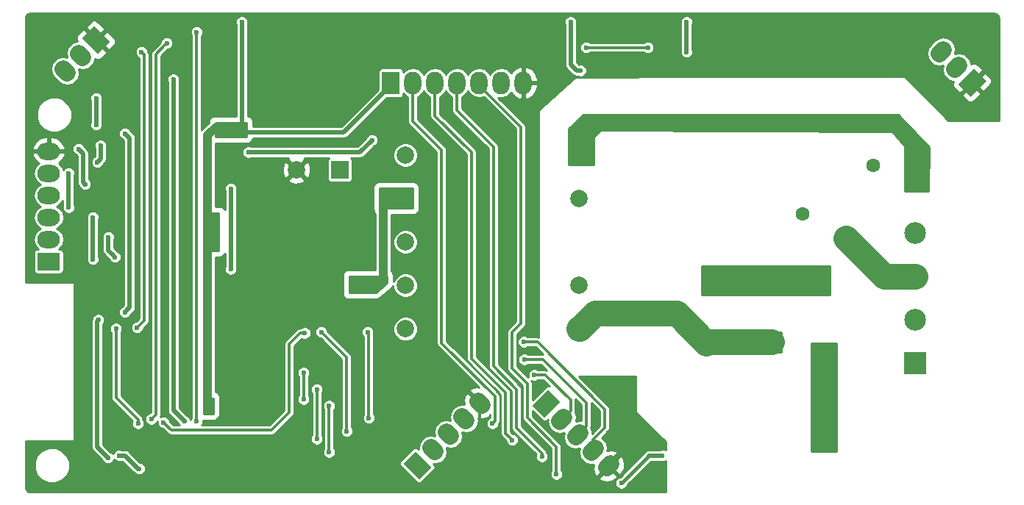
<source format=gbr>
%TF.GenerationSoftware,KiCad,Pcbnew,4.0.7*%
%TF.CreationDate,2017-11-04T21:18:15+02:00*%
%TF.ProjectId,BleTouchDimmer,426C65546F75636844696D6D65722E6B,rev?*%
%TF.FileFunction,Copper,L2,Bot,Signal*%
%FSLAX46Y46*%
G04 Gerber Fmt 4.6, Leading zero omitted, Abs format (unit mm)*
G04 Created by KiCad (PCBNEW 4.0.7) date 11/04/17 21:18:15*
%MOMM*%
%LPD*%
G01*
G04 APERTURE LIST*
%ADD10C,0.100000*%
%ADD11C,2.500000*%
%ADD12R,2.500000X2.500000*%
%ADD13R,2.000000X2.000000*%
%ADD14C,2.000000*%
%ADD15C,2.000000*%
%ADD16O,2.000000X2.600000*%
%ADD17R,2.000000X2.600000*%
%ADD18O,2.600000X2.000000*%
%ADD19R,2.600000X2.000000*%
%ADD20C,1.600000*%
%ADD21C,0.600000*%
%ADD22C,0.300000*%
%ADD23C,0.500000*%
%ADD24C,0.400000*%
%ADD25C,1.000000*%
%ADD26C,3.000000*%
%ADD27C,0.254000*%
G04 APERTURE END LIST*
D10*
D11*
X207010000Y-89060000D03*
X207010000Y-94060000D03*
D12*
X207010000Y-104060000D03*
D11*
X207010000Y-99060000D03*
D13*
X168369000Y-100090000D03*
D14*
X168369000Y-95090000D03*
X168369000Y-85090000D03*
X168369000Y-80090000D03*
X148369000Y-80090000D03*
X148369000Y-85090000D03*
X148369000Y-90090000D03*
X148369000Y-95090000D03*
X148369000Y-100090000D03*
D15*
X109396030Y-70606234D02*
X108971766Y-70181970D01*
X111192081Y-68810183D02*
X110767817Y-68385919D01*
D10*
G36*
X112563868Y-65175654D02*
X114402346Y-67014132D01*
X112988132Y-68428346D01*
X111149654Y-66589868D01*
X112563868Y-65175654D01*
X112563868Y-65175654D01*
G37*
G36*
X215240346Y-71542868D02*
X213401868Y-73381346D01*
X211987654Y-71967132D01*
X213826132Y-70128654D01*
X215240346Y-71542868D01*
X215240346Y-71542868D01*
G37*
D15*
X211605817Y-70171081D02*
X212030081Y-69746817D01*
X209809766Y-68375030D02*
X210234030Y-67950766D01*
D16*
X161925000Y-71755000D03*
X159385000Y-71755000D03*
X156845000Y-71755000D03*
X154305000Y-71755000D03*
X151765000Y-71755000D03*
X149225000Y-71755000D03*
D17*
X146685000Y-71755000D03*
D18*
X107315000Y-79629000D03*
X107315000Y-82169000D03*
X107315000Y-84709000D03*
X107315000Y-87249000D03*
X107315000Y-89789000D03*
D19*
X107315000Y-92329000D03*
D15*
X156705073Y-108427663D02*
X157129337Y-108851927D01*
X154909022Y-110223714D02*
X155333286Y-110647978D01*
X153112970Y-112019766D02*
X153537234Y-112444030D01*
X151316919Y-113815817D02*
X151741183Y-114240081D01*
D10*
G36*
X149945132Y-117450346D02*
X148106654Y-115611868D01*
X149520868Y-114197654D01*
X151359346Y-116036132D01*
X149945132Y-117450346D01*
X149945132Y-117450346D01*
G37*
G36*
X162965654Y-108924132D02*
X164804132Y-107085654D01*
X166218346Y-108499868D01*
X164379868Y-110338346D01*
X162965654Y-108924132D01*
X162965654Y-108924132D01*
G37*
D15*
X166600183Y-110295919D02*
X166175919Y-110720183D01*
X168396234Y-112091970D02*
X167971970Y-112516234D01*
X170192286Y-113888022D02*
X169768022Y-114312286D01*
X171988337Y-115684073D02*
X171564073Y-116108337D01*
D20*
X207184000Y-83280000D03*
X202184000Y-81280000D03*
D13*
X140826500Y-81788000D03*
D14*
X135826500Y-81788000D03*
D20*
X194056000Y-86868000D03*
X199056000Y-89668000D03*
D21*
X162014578Y-104610525D03*
X162431406Y-102599019D03*
X159904990Y-102870000D03*
X159904990Y-100711000D03*
X110363000Y-113284000D03*
X109474000Y-94107000D03*
X111379000Y-97536000D03*
X111252000Y-105283000D03*
X111379000Y-118110000D03*
X111252000Y-110109000D03*
X157775990Y-111792007D03*
X142748000Y-102743000D03*
X142494000Y-100711000D03*
X142494000Y-104267000D03*
X142494000Y-105918000D03*
X142621000Y-107696000D03*
X145796000Y-104255010D03*
X151638000Y-104140002D03*
X152526998Y-105906010D03*
X149479000Y-105906010D03*
X145796000Y-105918000D03*
X152908000Y-107696000D03*
X149479000Y-107696004D03*
X145923000Y-107696000D03*
X152781000Y-109474000D03*
X149479000Y-109474000D03*
X145796000Y-109474000D03*
X151130006Y-111125000D03*
X147066000Y-111124984D03*
X143383000Y-111125000D03*
X151511000Y-101219000D03*
X154686000Y-100838000D03*
X157480000Y-100838000D03*
X162814000Y-92964000D03*
X175260000Y-69977000D03*
X165100000Y-71120000D03*
X195072000Y-68768000D03*
X127635000Y-64389000D03*
X122047000Y-64897000D03*
X168577561Y-68591911D03*
X168656000Y-69215000D03*
X177419000Y-69088000D03*
X187452000Y-68834000D03*
X187452000Y-65913000D03*
X200152000Y-66167000D03*
X204089000Y-64516000D03*
X111506000Y-77851000D03*
X109728000Y-78359000D03*
X122516010Y-89662000D03*
X122516010Y-90551000D03*
X115189000Y-87122000D03*
X114681000Y-85979006D03*
X111252002Y-88265000D03*
X110236000Y-88264994D03*
X109347000Y-88265000D03*
X111252000Y-92583000D03*
X110363000Y-93218000D03*
X163449000Y-106426000D03*
X172212000Y-106172000D03*
X170265831Y-107229169D03*
X168402000Y-109220000D03*
X174371000Y-108966000D03*
X170180000Y-110363000D03*
X162941000Y-87630000D03*
X162941000Y-98679000D03*
X171767629Y-112087065D03*
X154559000Y-98425000D03*
X157607000Y-98552000D03*
X160147000Y-98552000D03*
X177038000Y-118237000D03*
X133096000Y-101600000D03*
X134578838Y-99482162D03*
X136398000Y-111125000D03*
X132842000Y-105664000D03*
X141859000Y-114935000D03*
X130302000Y-113919000D03*
X124598673Y-114648011D03*
X143764000Y-116459000D03*
X134239000Y-114046000D03*
X142875000Y-113411000D03*
X145796000Y-115570000D03*
X148336000Y-117475000D03*
X124460000Y-117094000D03*
X147193000Y-74549000D03*
X150495000Y-74168000D03*
X153035000Y-74168000D03*
X155575000Y-74295000D03*
X154305000Y-88773000D03*
X157353000Y-88519000D03*
X160782000Y-88011000D03*
X154051000Y-80518000D03*
X157607000Y-80137000D03*
X159766000Y-77978000D03*
X161925000Y-75819000D03*
X140716000Y-73025000D03*
X116713000Y-65278000D03*
X140970000Y-73914000D03*
X182372000Y-68580000D03*
X116332000Y-117133000D03*
X173355000Y-114046000D03*
X162687000Y-116332000D03*
X158242000Y-116332000D03*
X153543000Y-116332000D03*
X155829000Y-114173000D03*
X160528000Y-114173000D03*
X212471000Y-65278000D03*
X215646000Y-69723000D03*
X215646000Y-69723000D03*
X210947000Y-73914000D03*
X132715000Y-109855000D03*
X168508092Y-70356775D03*
X180721000Y-64770000D03*
X167385996Y-64770000D03*
X129540000Y-64770000D03*
X173228000Y-117856000D03*
X177927000Y-114681000D03*
X180721000Y-68199000D03*
X112776000Y-76581000D03*
X112776000Y-73533000D03*
X126492000Y-90805000D03*
X126492000Y-90043000D03*
X126492000Y-89408000D03*
X126492000Y-88519000D03*
X125603000Y-109347000D03*
X125603000Y-108712000D03*
X129540000Y-77470000D03*
X128905000Y-77470000D03*
X128270000Y-77470000D03*
X127635000Y-77470000D03*
X127000000Y-76835000D03*
X127635000Y-76835000D03*
X128270000Y-76835000D03*
X114935000Y-91821000D03*
X114173000Y-89535000D03*
X112395000Y-87248998D03*
X112395002Y-92075000D03*
X194818000Y-95758000D03*
X196342000Y-95758000D03*
X184150000Y-94488000D03*
X184150000Y-93472000D03*
X197358000Y-112268000D03*
X197358000Y-113792000D03*
X197104000Y-102616000D03*
X195580000Y-102616000D03*
X117475000Y-99949000D03*
X117983000Y-68199000D03*
X115062000Y-100076000D03*
X117602000Y-110998000D03*
X113030000Y-99060000D03*
X116078000Y-98171000D03*
X116078000Y-77597000D03*
X130302000Y-79756000D03*
X130302000Y-79756000D03*
X144526000Y-78359000D03*
X114130000Y-114935000D03*
X144678400Y-94996000D03*
X145592800Y-94996000D03*
X145897600Y-85090000D03*
X165735000Y-116840000D03*
X164084000Y-114808000D03*
X160655000Y-112903000D03*
X158369000Y-110998000D03*
X109601000Y-82169000D03*
X109601000Y-86106000D03*
X111506000Y-83439000D03*
X110744000Y-79375000D03*
X144017998Y-100457000D03*
X144145000Y-110363000D03*
X138684000Y-100457000D03*
X141605000Y-111887004D03*
X139573000Y-108966000D03*
X139573004Y-114300000D03*
X163195000Y-105410000D03*
X138175996Y-107061000D03*
X138175998Y-112776000D03*
X162052000Y-103632000D03*
X136652000Y-105156000D03*
X136652000Y-108204000D03*
X161974012Y-101600006D03*
X176276000Y-67691000D03*
X169164000Y-67691000D03*
X120904000Y-67183000D03*
X119126000Y-110490000D03*
X136779000Y-100584000D03*
X120523000Y-110871000D03*
X121666000Y-71374006D03*
X122936000Y-110744000D03*
X124333004Y-65913000D03*
X124333000Y-110744000D03*
X112902994Y-80899000D03*
X113284000Y-78994000D03*
X128270000Y-83947000D03*
X128270000Y-93218000D03*
X117729000Y-116205000D03*
X115443000Y-114681000D03*
X187960000Y-102616000D03*
X189230000Y-102616000D03*
X190500000Y-102616000D03*
X187960000Y-100584000D03*
X189230000Y-100584000D03*
X190500000Y-100584000D03*
X190500000Y-101600000D03*
X189230000Y-101600000D03*
X187960000Y-101600000D03*
D22*
X159904990Y-102870000D02*
X159904990Y-100711000D01*
X111252000Y-105283000D02*
X111252000Y-97663000D01*
X111252000Y-97663000D02*
X111379000Y-97536000D01*
X110952001Y-114000001D02*
X111379000Y-114427000D01*
X111379000Y-114427000D02*
X111379000Y-118110000D01*
X111252000Y-110109000D02*
X110952001Y-110408999D01*
X110952001Y-110408999D02*
X110952001Y-114000001D01*
X156917205Y-108639795D02*
X156917205Y-110933222D01*
X156917205Y-110933222D02*
X157475991Y-111492008D01*
X157475991Y-111492008D02*
X157775990Y-111792007D01*
D23*
X159856984Y-113873001D02*
X157775990Y-111792007D01*
X160528000Y-114173000D02*
X160228001Y-113873001D01*
X160228001Y-113873001D02*
X159856984Y-113873001D01*
D22*
X142494000Y-102997000D02*
X142748000Y-102743000D01*
X142494000Y-100711000D02*
X142494000Y-102489000D01*
X142494000Y-102489000D02*
X142748000Y-102743000D01*
X142494000Y-104267000D02*
X142494000Y-102997000D01*
X142494000Y-105918000D02*
X142494000Y-104267000D01*
X142621000Y-107696000D02*
X142621000Y-106045000D01*
X142621000Y-106045000D02*
X142494000Y-105918000D01*
X142621000Y-109938736D02*
X142621000Y-107696000D01*
X143383000Y-111125000D02*
X143383000Y-110700736D01*
X143383000Y-110700736D02*
X142621000Y-109938736D01*
X151511000Y-101219000D02*
X151511000Y-104013002D01*
X151638000Y-104564266D02*
X151638000Y-104140002D01*
X151638000Y-105017012D02*
X151638000Y-104564266D01*
X152526998Y-105906010D02*
X151638000Y-105017012D01*
X151511000Y-104013002D02*
X151638000Y-104140002D01*
X149606000Y-107315000D02*
X149479000Y-107188000D01*
X149479000Y-106330274D02*
X149479000Y-105906010D01*
X149479000Y-107188000D02*
X149479000Y-106330274D01*
X149479000Y-107398736D02*
X149479000Y-107696004D01*
X149606000Y-107315000D02*
X149562736Y-107315000D01*
X149562736Y-107315000D02*
X149479000Y-107398736D01*
X149479000Y-109474000D02*
X149479000Y-107696004D01*
X146222999Y-107396001D02*
X145923000Y-107696000D01*
X146304000Y-107315000D02*
X146222999Y-107396001D01*
X149606000Y-107315000D02*
X146304000Y-107315000D01*
X152356736Y-109474000D02*
X152781000Y-109474000D01*
X150078998Y-109474000D02*
X152356736Y-109474000D01*
X149778999Y-109174001D02*
X150078998Y-109474000D01*
X149778999Y-109174001D02*
X149479000Y-109474000D01*
X149778999Y-109092007D02*
X149778999Y-109174001D01*
X149687001Y-109000009D02*
X149778999Y-109092007D01*
X149190975Y-109000009D02*
X147365999Y-110824985D01*
X149687001Y-109000009D02*
X149190975Y-109000009D01*
X147065984Y-111125000D02*
X147066000Y-111124984D01*
X143383000Y-111125000D02*
X147065984Y-111125000D01*
X147365999Y-110824985D02*
X147066000Y-111124984D01*
X154559000Y-100711000D02*
X154686000Y-100838000D01*
X154559000Y-98425000D02*
X154559000Y-100711000D01*
X157607000Y-100711000D02*
X157480000Y-100838000D01*
X157607000Y-98552000D02*
X157607000Y-100711000D01*
X142875000Y-113411000D02*
X145276010Y-113411000D01*
X145276010Y-113411000D02*
X149687001Y-109000009D01*
X162941000Y-87630000D02*
X162941000Y-92837000D01*
X162941000Y-92837000D02*
X162814000Y-92964000D01*
X116713000Y-65278000D02*
X121666000Y-65278000D01*
X121666000Y-65278000D02*
X122047000Y-64897000D01*
X181483000Y-69469000D02*
X177800000Y-69469000D01*
X177800000Y-69469000D02*
X177419000Y-69088000D01*
X182372000Y-68580000D02*
X181483000Y-69469000D01*
X204089000Y-64516000D02*
X202438000Y-66167000D01*
X202438000Y-66167000D02*
X200152000Y-66167000D01*
D23*
X109728000Y-78359000D02*
X110998000Y-78359000D01*
X110998000Y-78359000D02*
X111506000Y-77851000D01*
X114256736Y-85979006D02*
X114681000Y-85979006D01*
X112152990Y-85979006D02*
X114256736Y-85979006D01*
X111252002Y-86879994D02*
X112152990Y-85979006D01*
X111252002Y-88265000D02*
X111252002Y-86879994D01*
X111252000Y-92583000D02*
X111252000Y-88265002D01*
X111252000Y-88265002D02*
X111252002Y-88265000D01*
X110235994Y-88265000D02*
X110236000Y-88264994D01*
X109347000Y-88265000D02*
X110235994Y-88265000D01*
D22*
X170265831Y-107229169D02*
X171154831Y-107229169D01*
X171154831Y-107229169D02*
X172212000Y-106172000D01*
X171767629Y-112087065D02*
X174371000Y-109483694D01*
X174371000Y-109483694D02*
X174371000Y-108966000D01*
X162941000Y-98679000D02*
X162941000Y-87630000D01*
X154305000Y-98171000D02*
X154559000Y-98425000D01*
X154305000Y-88773000D02*
X154305000Y-98171000D01*
X157353000Y-98298000D02*
X157607000Y-98552000D01*
X157353000Y-88519000D02*
X157353000Y-98298000D01*
X134278839Y-99782161D02*
X134578838Y-99482162D01*
X132842000Y-101219000D02*
X134278839Y-99782161D01*
X132842000Y-105664000D02*
X132842000Y-101219000D01*
X132715000Y-109855000D02*
X132715000Y-105791000D01*
X132715000Y-105791000D02*
X132842000Y-105664000D01*
X126969000Y-116713000D02*
X126663662Y-116713000D01*
X126663662Y-116713000D02*
X124598673Y-114648011D01*
X143085736Y-116713000D02*
X126969000Y-116713000D01*
X143764000Y-116459000D02*
X143339736Y-116459000D01*
X143339736Y-116459000D02*
X143085736Y-116713000D01*
X140081000Y-116205000D02*
X136398000Y-116205000D01*
X136398000Y-116205000D02*
X134239000Y-114046000D01*
X142575001Y-113710999D02*
X140081000Y-116205000D01*
X142875000Y-113411000D02*
X142575001Y-113710999D01*
X145796000Y-115570000D02*
X145034000Y-115570000D01*
X145034000Y-115570000D02*
X142875000Y-113411000D01*
X148336000Y-117475000D02*
X147701000Y-117475000D01*
X147701000Y-117475000D02*
X145796000Y-115570000D01*
X153035000Y-116332000D02*
X151466644Y-117900356D01*
X151466644Y-117900356D02*
X148761356Y-117900356D01*
X148761356Y-117900356D02*
X148336000Y-117475000D01*
X153543000Y-116332000D02*
X153035000Y-116332000D01*
X159766000Y-77978000D02*
X159258000Y-77978000D01*
X159258000Y-77978000D02*
X155575000Y-74295000D01*
X161925000Y-73355000D02*
X161925000Y-75819000D01*
X161925000Y-71755000D02*
X161925000Y-73355000D01*
D23*
X171776205Y-115896205D02*
X171776205Y-115624795D01*
X171776205Y-115624795D02*
X173355000Y-114046000D01*
X158242000Y-116332000D02*
X162687000Y-116332000D01*
X155829000Y-114173000D02*
X155702000Y-114173000D01*
X155702000Y-114173000D02*
X153543000Y-116332000D01*
X213614000Y-71755000D02*
X215646000Y-69723000D01*
X167385996Y-64770000D02*
X167385996Y-69658943D01*
X167385996Y-69658943D02*
X168083828Y-70356775D01*
X168083828Y-70356775D02*
X168508092Y-70356775D01*
X180721000Y-68199000D02*
X180721000Y-64770000D01*
X129540000Y-77470000D02*
X129540000Y-64770000D01*
X129540000Y-66040000D02*
X129540000Y-64770000D01*
X127635000Y-76835000D02*
X127000000Y-76835000D01*
X127635000Y-76835000D02*
X128270000Y-76835000D01*
X127635000Y-77470000D02*
X127635000Y-76835000D01*
X128270000Y-77470000D02*
X127635000Y-77470000D01*
X128905000Y-77470000D02*
X128270000Y-77470000D01*
X129540000Y-77470000D02*
X128905000Y-77470000D01*
D24*
X173228000Y-117856000D02*
X176403000Y-114681000D01*
D23*
X176403000Y-114681000D02*
X177927000Y-114681000D01*
X112776000Y-73533000D02*
X112776000Y-76581000D01*
X126492000Y-89408000D02*
X126492000Y-90043000D01*
D25*
X125603000Y-89027000D02*
X125603000Y-91694000D01*
X125603000Y-77807736D02*
X125603000Y-89027000D01*
D23*
X125603000Y-89027000D02*
X125984000Y-89027000D01*
X125984000Y-89027000D02*
X126492000Y-88519000D01*
D25*
X125603000Y-91694000D02*
X125603000Y-108712000D01*
X125603000Y-109347000D02*
X125603000Y-108712000D01*
X127000000Y-76835000D02*
X126575736Y-76835000D01*
X126575736Y-76835000D02*
X125603000Y-77807736D01*
D23*
X129540000Y-77470000D02*
X141270000Y-77470000D01*
X141270000Y-77470000D02*
X146685000Y-72055000D01*
X146685000Y-72055000D02*
X146685000Y-71755000D01*
X127000000Y-77470000D02*
X127635000Y-77470000D01*
X127000000Y-76835000D02*
X127000000Y-77470000D01*
X114173000Y-91059000D02*
X114635001Y-91521001D01*
X114173000Y-89535000D02*
X114173000Y-91059000D01*
X114635001Y-91521001D02*
X114935000Y-91821000D01*
X112395002Y-87249000D02*
X112395000Y-87248998D01*
X112395002Y-92075000D02*
X112395002Y-87249000D01*
D22*
X117774999Y-99649001D02*
X117475000Y-99949000D01*
X118282999Y-99141001D02*
X117774999Y-99649001D01*
X118282999Y-68498999D02*
X118282999Y-99141001D01*
X117983000Y-68199000D02*
X118282999Y-68498999D01*
X115062000Y-102108000D02*
X115062000Y-100076000D01*
X115062000Y-108033736D02*
X115062000Y-102108000D01*
X117602000Y-110998000D02*
X117602000Y-110573736D01*
X117602000Y-110573736D02*
X115062000Y-108033736D01*
D23*
X114130000Y-114935000D02*
X112903000Y-113708000D01*
X112903000Y-113708000D02*
X112903000Y-99187000D01*
X112903000Y-99187000D02*
X113030000Y-99060000D01*
X116377999Y-97871001D02*
X116078000Y-98171000D01*
X116078000Y-77597000D02*
X116631996Y-78150996D01*
X116631996Y-97617004D02*
X116377999Y-97871001D01*
X116631996Y-78150996D02*
X116631996Y-97617004D01*
X144526000Y-78359000D02*
X143129000Y-79756000D01*
X143129000Y-79756000D02*
X130302000Y-79756000D01*
D25*
X145846800Y-85565064D02*
X145846800Y-94742000D01*
X145846800Y-94742000D02*
X145592800Y-94996000D01*
X145897600Y-85090000D02*
X145897600Y-85514264D01*
X145897600Y-85514264D02*
X145846800Y-85565064D01*
D22*
X161632001Y-99491995D02*
X161632001Y-76842001D01*
X162415644Y-106396646D02*
X160655000Y-104636002D01*
X165735000Y-116840000D02*
X165735000Y-113665000D01*
X160655000Y-104636002D02*
X160655000Y-100468996D01*
X165735000Y-113665000D02*
X162415644Y-110345644D01*
X162415644Y-110345644D02*
X162415644Y-106396646D01*
X160655000Y-100468996D02*
X161632001Y-99491995D01*
X161632001Y-76842001D02*
X156845000Y-72055000D01*
X156845000Y-72055000D02*
X156845000Y-71755000D01*
X154305000Y-71755000D02*
X154305000Y-74930000D01*
X154305000Y-74930000D02*
X158496000Y-79121000D01*
X158496000Y-79121000D02*
X158496000Y-104394000D01*
X158496000Y-104394000D02*
X161163000Y-107061000D01*
X164084000Y-114427000D02*
X164084000Y-114808000D01*
X161163000Y-107061000D02*
X161163000Y-111506000D01*
X161163000Y-111506000D02*
X164084000Y-114427000D01*
X159893000Y-112141000D02*
X160355001Y-112603001D01*
X160355001Y-112603001D02*
X160655000Y-112903000D01*
X159893000Y-107442000D02*
X159893000Y-112141000D01*
X155956000Y-79756000D02*
X155956000Y-103505000D01*
X151765000Y-75565000D02*
X155956000Y-79756000D01*
X155956000Y-103505000D02*
X159893000Y-107442000D01*
X151765000Y-71755000D02*
X151765000Y-75565000D01*
X158668999Y-107868999D02*
X158668999Y-110698001D01*
X152527000Y-101727000D02*
X158668999Y-107868999D01*
X149225000Y-76200000D02*
X152527000Y-79502000D01*
X149225000Y-71755000D02*
X149225000Y-76200000D01*
X152527000Y-79502000D02*
X152527000Y-101727000D01*
X158668999Y-110698001D02*
X158369000Y-110998000D01*
D23*
X109601000Y-84155000D02*
X109601000Y-82169000D01*
X109601000Y-86106000D02*
X109601000Y-84155000D01*
X110744000Y-79375000D02*
X111252000Y-79883000D01*
X111252000Y-79883000D02*
X111252000Y-83185000D01*
X111252000Y-83185000D02*
X111506000Y-83439000D01*
D22*
X144145000Y-100584002D02*
X144017998Y-100457000D01*
X144145000Y-110363000D02*
X144145000Y-100584002D01*
X141605000Y-103378000D02*
X138983999Y-100756999D01*
X141605000Y-111887004D02*
X141605000Y-103378000D01*
X138983999Y-100756999D02*
X138684000Y-100457000D01*
X139573004Y-108966004D02*
X139573000Y-108966000D01*
X139573004Y-114300000D02*
X139573004Y-108966004D01*
X164465000Y-105410000D02*
X163619264Y-105410000D01*
X167378000Y-108323000D02*
X164465000Y-105410000D01*
X167378000Y-109518102D02*
X167378000Y-108323000D01*
X166388051Y-110508051D02*
X167378000Y-109518102D01*
X163619264Y-105410000D02*
X163195000Y-105410000D01*
X138175998Y-112776000D02*
X138175998Y-107061002D01*
X138175998Y-107061002D02*
X138175996Y-107061000D01*
X162476264Y-103632000D02*
X162052000Y-103632000D01*
X164211000Y-103632000D02*
X162476264Y-103632000D01*
X169174051Y-108595051D02*
X164211000Y-103632000D01*
X169174051Y-111314153D02*
X169174051Y-108595051D01*
X168184102Y-112304102D02*
X169174051Y-111314153D01*
X136652000Y-108204000D02*
X136652000Y-105156000D01*
X162398276Y-101600006D02*
X161974012Y-101600006D01*
X171323000Y-109347000D02*
X163576006Y-101600006D01*
X171323000Y-111471018D02*
X171323000Y-109347000D01*
X169980154Y-112813864D02*
X171323000Y-111471018D01*
X169980154Y-114100154D02*
X169980154Y-112813864D01*
X163576006Y-101600006D02*
X162398276Y-101600006D01*
D26*
X207010000Y-94060000D02*
X203448000Y-94060000D01*
X203448000Y-94060000D02*
X199056000Y-89668000D01*
D22*
X119126000Y-110490000D02*
X119634000Y-109982000D01*
X119634000Y-109982000D02*
X119634000Y-68453000D01*
X119634000Y-68453000D02*
X120604001Y-67482999D01*
X120604001Y-67482999D02*
X120904000Y-67183000D01*
X169164000Y-67691000D02*
X176276000Y-67691000D01*
X136779000Y-100584000D02*
X136270992Y-100584000D01*
X136270992Y-100584000D02*
X135001000Y-101853992D01*
X135001000Y-102278256D02*
X135001000Y-101853992D01*
X135001000Y-109728000D02*
X135001000Y-102278256D01*
X132969000Y-111760000D02*
X135001000Y-109728000D01*
X121412000Y-111760000D02*
X132969000Y-111760000D01*
X120523000Y-110871000D02*
X121412000Y-111760000D01*
D23*
X121666000Y-71798270D02*
X121666000Y-71374006D01*
X121666000Y-109474000D02*
X121666000Y-71798270D01*
X122936000Y-110744000D02*
X121666000Y-109474000D01*
X121666000Y-71465998D02*
X121666000Y-71374006D01*
D22*
X124333000Y-65913004D02*
X124333004Y-65913000D01*
X124333000Y-66040000D02*
X124333000Y-65913004D01*
X124333000Y-66294000D02*
X124333000Y-66040000D01*
X124333000Y-110744000D02*
X124333000Y-66040000D01*
D23*
X113202993Y-80599001D02*
X112902994Y-80899000D01*
X113284000Y-80517994D02*
X113202993Y-80599001D01*
X113284000Y-78994000D02*
X113284000Y-80517994D01*
X128270000Y-83947000D02*
X128270000Y-93218000D01*
X116078000Y-114681000D02*
X117602000Y-116205000D01*
X117602000Y-116205000D02*
X117729000Y-116205000D01*
X115443000Y-114681000D02*
X116078000Y-114681000D01*
D26*
X183134000Y-101600000D02*
X190500000Y-101600000D01*
X179578000Y-98298000D02*
X183007000Y-101727000D01*
X170180000Y-98298000D02*
X179578000Y-98298000D01*
X168388000Y-100090000D02*
X170180000Y-98298000D01*
X168369000Y-100090000D02*
X168388000Y-100090000D01*
D27*
G36*
X197993000Y-114173000D02*
X195072000Y-114173000D01*
X195072000Y-101727000D01*
X197993000Y-101727000D01*
X197993000Y-114173000D01*
X197993000Y-114173000D01*
G37*
X197993000Y-114173000D02*
X195072000Y-114173000D01*
X195072000Y-101727000D01*
X197993000Y-101727000D01*
X197993000Y-114173000D01*
G36*
X197231000Y-96139000D02*
X182499000Y-96139000D01*
X182499000Y-92837000D01*
X197231000Y-92837000D01*
X197231000Y-96139000D01*
X197231000Y-96139000D01*
G37*
X197231000Y-96139000D02*
X182499000Y-96139000D01*
X182499000Y-92837000D01*
X197231000Y-92837000D01*
X197231000Y-96139000D01*
G36*
X191643000Y-102743000D02*
X186817000Y-102743000D01*
X186817000Y-100457000D01*
X191643000Y-100457000D01*
X191643000Y-102743000D01*
X191643000Y-102743000D01*
G37*
X191643000Y-102743000D02*
X186817000Y-102743000D01*
X186817000Y-100457000D01*
X191643000Y-100457000D01*
X191643000Y-102743000D01*
G36*
X208659742Y-79171048D02*
X208537060Y-84201000D01*
X205867000Y-84201000D01*
X205867000Y-79121000D01*
X205856994Y-79071590D01*
X205836950Y-79038965D01*
X204439950Y-77387965D01*
X204400396Y-77356710D01*
X204343481Y-77343001D01*
X170815481Y-77216001D01*
X170766033Y-77225819D01*
X170725197Y-77253197D01*
X170090197Y-77888197D01*
X170062334Y-77930211D01*
X170053000Y-77978000D01*
X170053000Y-81153000D01*
X167132000Y-81153000D01*
X167132000Y-77017381D01*
X168832872Y-75438000D01*
X205051129Y-75438000D01*
X208659742Y-79171048D01*
X208659742Y-79171048D01*
G37*
X208659742Y-79171048D02*
X208537060Y-84201000D01*
X205867000Y-84201000D01*
X205867000Y-79121000D01*
X205856994Y-79071590D01*
X205836950Y-79038965D01*
X204439950Y-77387965D01*
X204400396Y-77356710D01*
X204343481Y-77343001D01*
X170815481Y-77216001D01*
X170766033Y-77225819D01*
X170725197Y-77253197D01*
X170090197Y-77888197D01*
X170062334Y-77930211D01*
X170053000Y-77978000D01*
X170053000Y-81153000D01*
X167132000Y-81153000D01*
X167132000Y-77017381D01*
X168832872Y-75438000D01*
X205051129Y-75438000D01*
X208659742Y-79171048D01*
G36*
X216346935Y-63796211D02*
X216510498Y-63905502D01*
X216619789Y-64069065D01*
X216668000Y-64311441D01*
X216668000Y-76073000D01*
X210872606Y-76073000D01*
X207900407Y-73100801D01*
X212447804Y-73100801D01*
X212447804Y-73325307D01*
X213042169Y-73919672D01*
X213275558Y-74016345D01*
X213528177Y-74016346D01*
X213761566Y-73919673D01*
X214568064Y-73113175D01*
X214568064Y-72888669D01*
X213614000Y-71934605D01*
X212447804Y-73100801D01*
X207900407Y-73100801D01*
X205829803Y-71030197D01*
X205787789Y-71002334D01*
X205740000Y-70993000D01*
X182372000Y-70993000D01*
X182370876Y-70993005D01*
X168019876Y-71120005D01*
X167970557Y-71130448D01*
X167937165Y-71151602D01*
X163746165Y-74834602D01*
X163715655Y-74874734D01*
X163703000Y-74930000D01*
X163703000Y-101048267D01*
X163576006Y-101023005D01*
X163576001Y-101023006D01*
X162425255Y-101023006D01*
X162386362Y-100984045D01*
X162119256Y-100873132D01*
X161830037Y-100872880D01*
X161562737Y-100983326D01*
X161358051Y-101187656D01*
X161247138Y-101454762D01*
X161246886Y-101743981D01*
X161357332Y-102011281D01*
X161561662Y-102215967D01*
X161828768Y-102326880D01*
X162117987Y-102327132D01*
X162385287Y-102216686D01*
X162425036Y-102177006D01*
X163337004Y-102177006D01*
X164215990Y-103055992D01*
X164211000Y-103054999D01*
X164210995Y-103055000D01*
X162503243Y-103055000D01*
X162464350Y-103016039D01*
X162197244Y-102905126D01*
X161908025Y-102904874D01*
X161640725Y-103015320D01*
X161436039Y-103219650D01*
X161325126Y-103486756D01*
X161324874Y-103775975D01*
X161435320Y-104043275D01*
X161639650Y-104247961D01*
X161906756Y-104358874D01*
X162195975Y-104359126D01*
X162463275Y-104248680D01*
X162503024Y-104209000D01*
X163971998Y-104209000D01*
X164628525Y-104865527D01*
X164465000Y-104832999D01*
X164464995Y-104833000D01*
X163646243Y-104833000D01*
X163607350Y-104794039D01*
X163340244Y-104683126D01*
X163051025Y-104682874D01*
X162783725Y-104793320D01*
X162579039Y-104997650D01*
X162468126Y-105264756D01*
X162467874Y-105553975D01*
X162523430Y-105688431D01*
X161232000Y-104397000D01*
X161232000Y-100707998D01*
X162040002Y-99899996D01*
X162165079Y-99712803D01*
X162209002Y-99491995D01*
X162209001Y-99491990D01*
X162209001Y-76842006D01*
X162209002Y-76842001D01*
X162165079Y-76621193D01*
X162134831Y-76575923D01*
X162040002Y-76434000D01*
X162039999Y-76433998D01*
X159056491Y-73450489D01*
X159385000Y-73515834D01*
X159931089Y-73407210D01*
X160394041Y-73097875D01*
X160534077Y-72888296D01*
X160858683Y-73300922D01*
X161416645Y-73614144D01*
X161544566Y-73645124D01*
X161798000Y-73525777D01*
X161798000Y-71882000D01*
X162052000Y-71882000D01*
X162052000Y-73525777D01*
X162305434Y-73645124D01*
X162433355Y-73614144D01*
X162991317Y-73300922D01*
X163386942Y-72798020D01*
X163560000Y-72182000D01*
X163560000Y-71882000D01*
X162052000Y-71882000D01*
X161798000Y-71882000D01*
X161778000Y-71882000D01*
X161778000Y-71628000D01*
X161798000Y-71628000D01*
X161798000Y-69984223D01*
X162052000Y-69984223D01*
X162052000Y-71628000D01*
X163560000Y-71628000D01*
X163560000Y-71328000D01*
X163386942Y-70711980D01*
X162991317Y-70209078D01*
X162433355Y-69895856D01*
X162305434Y-69864876D01*
X162052000Y-69984223D01*
X161798000Y-69984223D01*
X161544566Y-69864876D01*
X161416645Y-69895856D01*
X160858683Y-70209078D01*
X160534077Y-70621704D01*
X160394041Y-70412125D01*
X159931089Y-70102790D01*
X159385000Y-69994166D01*
X158838911Y-70102790D01*
X158375959Y-70412125D01*
X158115000Y-70802677D01*
X157854041Y-70412125D01*
X157391089Y-70102790D01*
X156845000Y-69994166D01*
X156298911Y-70102790D01*
X155835959Y-70412125D01*
X155575000Y-70802677D01*
X155314041Y-70412125D01*
X154851089Y-70102790D01*
X154305000Y-69994166D01*
X153758911Y-70102790D01*
X153295959Y-70412125D01*
X153035000Y-70802677D01*
X152774041Y-70412125D01*
X152311089Y-70102790D01*
X151765000Y-69994166D01*
X151218911Y-70102790D01*
X150755959Y-70412125D01*
X150495000Y-70802677D01*
X150234041Y-70412125D01*
X149771089Y-70102790D01*
X149225000Y-69994166D01*
X148678911Y-70102790D01*
X148215959Y-70412125D01*
X148120365Y-70555191D01*
X148120365Y-70455000D01*
X148090591Y-70296763D01*
X147997073Y-70151433D01*
X147854381Y-70053936D01*
X147685000Y-70019635D01*
X145685000Y-70019635D01*
X145526763Y-70049409D01*
X145381433Y-70142927D01*
X145283936Y-70285619D01*
X145249635Y-70455000D01*
X145249635Y-72532942D01*
X140989578Y-76793000D01*
X130810000Y-76793000D01*
X130810000Y-76200000D01*
X130766573Y-75969205D01*
X130630173Y-75757233D01*
X130422051Y-75615029D01*
X130217000Y-75573505D01*
X130217000Y-65035353D01*
X130266874Y-64915244D01*
X130266875Y-64913975D01*
X166658870Y-64913975D01*
X166708996Y-65035289D01*
X166708996Y-69658943D01*
X166760530Y-69918020D01*
X166871480Y-70084068D01*
X166907285Y-70137654D01*
X167605116Y-70835486D01*
X167664369Y-70875077D01*
X167824751Y-70982241D01*
X168083828Y-71033775D01*
X168242739Y-71033775D01*
X168362848Y-71083649D01*
X168652067Y-71083901D01*
X168919367Y-70973455D01*
X169124053Y-70769125D01*
X169234966Y-70502019D01*
X169235218Y-70212800D01*
X169124772Y-69945500D01*
X168920442Y-69740814D01*
X168653336Y-69629901D01*
X168364117Y-69629649D01*
X168328742Y-69644266D01*
X168062996Y-69378521D01*
X168062996Y-67834975D01*
X168436874Y-67834975D01*
X168547320Y-68102275D01*
X168751650Y-68306961D01*
X169018756Y-68417874D01*
X169307975Y-68418126D01*
X169575275Y-68307680D01*
X169615024Y-68268000D01*
X175824757Y-68268000D01*
X175863650Y-68306961D01*
X176130756Y-68417874D01*
X176419975Y-68418126D01*
X176687275Y-68307680D01*
X176891961Y-68103350D01*
X177002874Y-67836244D01*
X177003126Y-67547025D01*
X176892680Y-67279725D01*
X176688350Y-67075039D01*
X176421244Y-66964126D01*
X176132025Y-66963874D01*
X175864725Y-67074320D01*
X175824976Y-67114000D01*
X169615243Y-67114000D01*
X169576350Y-67075039D01*
X169309244Y-66964126D01*
X169020025Y-66963874D01*
X168752725Y-67074320D01*
X168548039Y-67278650D01*
X168437126Y-67545756D01*
X168436874Y-67834975D01*
X168062996Y-67834975D01*
X168062996Y-65035353D01*
X168112870Y-64915244D01*
X168112871Y-64913975D01*
X179993874Y-64913975D01*
X180044000Y-65035289D01*
X180044000Y-67933647D01*
X179994126Y-68053756D01*
X179993874Y-68342975D01*
X180104320Y-68610275D01*
X180308650Y-68814961D01*
X180575756Y-68925874D01*
X180864975Y-68926126D01*
X181132275Y-68815680D01*
X181336961Y-68611350D01*
X181425156Y-68398954D01*
X208358843Y-68398954D01*
X208467466Y-68945043D01*
X208776801Y-69407995D01*
X209239753Y-69717330D01*
X209785842Y-69825953D01*
X210246530Y-69734317D01*
X210154894Y-70195005D01*
X210263517Y-70741094D01*
X210572852Y-71204046D01*
X211035804Y-71513381D01*
X211459168Y-71597593D01*
X211449327Y-71607434D01*
X211352654Y-71840823D01*
X211352655Y-72093442D01*
X211449328Y-72326831D01*
X212043693Y-72921196D01*
X212268199Y-72921196D01*
X213434395Y-71755000D01*
X213793605Y-71755000D01*
X214747669Y-72709064D01*
X214972175Y-72709064D01*
X215778673Y-71902566D01*
X215875346Y-71669177D01*
X215875345Y-71416558D01*
X215778672Y-71183169D01*
X215184307Y-70588804D01*
X214959801Y-70588804D01*
X213793605Y-71755000D01*
X213434395Y-71755000D01*
X213420253Y-71740858D01*
X213599858Y-71561253D01*
X213614000Y-71575395D01*
X214780196Y-70409199D01*
X214780196Y-70184693D01*
X214185831Y-69590328D01*
X213952442Y-69493655D01*
X213699823Y-69493654D01*
X213466434Y-69590327D01*
X213456593Y-69600168D01*
X213372381Y-69176804D01*
X213063046Y-68713852D01*
X212600094Y-68404517D01*
X212054005Y-68295894D01*
X211593317Y-68387530D01*
X211684953Y-67926842D01*
X211576330Y-67380753D01*
X211266995Y-66917801D01*
X210804043Y-66608466D01*
X210257954Y-66499843D01*
X209711864Y-66608466D01*
X209248912Y-66917801D01*
X208776801Y-67389913D01*
X208467466Y-67852865D01*
X208358843Y-68398954D01*
X181425156Y-68398954D01*
X181447874Y-68344244D01*
X181448126Y-68055025D01*
X181398000Y-67933711D01*
X181398000Y-65035353D01*
X181447874Y-64915244D01*
X181448126Y-64626025D01*
X181337680Y-64358725D01*
X181133350Y-64154039D01*
X180866244Y-64043126D01*
X180577025Y-64042874D01*
X180309725Y-64153320D01*
X180105039Y-64357650D01*
X179994126Y-64624756D01*
X179993874Y-64913975D01*
X168112871Y-64913975D01*
X168113122Y-64626025D01*
X168002676Y-64358725D01*
X167798346Y-64154039D01*
X167531240Y-64043126D01*
X167242021Y-64042874D01*
X166974721Y-64153320D01*
X166770035Y-64357650D01*
X166659122Y-64624756D01*
X166658870Y-64913975D01*
X130266875Y-64913975D01*
X130267126Y-64626025D01*
X130156680Y-64358725D01*
X129952350Y-64154039D01*
X129685244Y-64043126D01*
X129396025Y-64042874D01*
X129128725Y-64153320D01*
X128924039Y-64357650D01*
X128813126Y-64624756D01*
X128812874Y-64913975D01*
X128863000Y-65035289D01*
X128863000Y-75565000D01*
X126365000Y-75565000D01*
X126134205Y-75608427D01*
X125922233Y-75744827D01*
X125780029Y-75952949D01*
X125730000Y-76200000D01*
X125730000Y-76369760D01*
X124947512Y-77152248D01*
X124910000Y-77208389D01*
X124910000Y-66364247D01*
X124948965Y-66325350D01*
X125059878Y-66058244D01*
X125060130Y-65769025D01*
X124949684Y-65501725D01*
X124745354Y-65297039D01*
X124478248Y-65186126D01*
X124189029Y-65185874D01*
X123921729Y-65296320D01*
X123717043Y-65500650D01*
X123606130Y-65767756D01*
X123605878Y-66056975D01*
X123716324Y-66324275D01*
X123756000Y-66364020D01*
X123756000Y-110292757D01*
X123717039Y-110331650D01*
X123634434Y-110530584D01*
X123552680Y-110332725D01*
X123348350Y-110128039D01*
X123227123Y-110077701D01*
X122343000Y-109193578D01*
X122343000Y-71639359D01*
X122392874Y-71519250D01*
X122393126Y-71230031D01*
X122282680Y-70962731D01*
X122078350Y-70758045D01*
X121811244Y-70647132D01*
X121522025Y-70646880D01*
X121254725Y-70757326D01*
X121050039Y-70961656D01*
X120939126Y-71228762D01*
X120938874Y-71517981D01*
X120989000Y-71639295D01*
X120989000Y-109474000D01*
X121040534Y-109733077D01*
X121086668Y-109802121D01*
X121187289Y-109952711D01*
X122269655Y-111035077D01*
X122319320Y-111155275D01*
X122346997Y-111183000D01*
X121651002Y-111183000D01*
X121250078Y-110782076D01*
X121250126Y-110727025D01*
X121139680Y-110459725D01*
X120935350Y-110255039D01*
X120668244Y-110144126D01*
X120379025Y-110143874D01*
X120140643Y-110242371D01*
X120167078Y-110202809D01*
X120211000Y-109982000D01*
X120211000Y-68692002D01*
X120992923Y-67910078D01*
X121047975Y-67910126D01*
X121315275Y-67799680D01*
X121519961Y-67595350D01*
X121630874Y-67328244D01*
X121631126Y-67039025D01*
X121520680Y-66771725D01*
X121316350Y-66567039D01*
X121049244Y-66456126D01*
X120760025Y-66455874D01*
X120492725Y-66566320D01*
X120288039Y-66770650D01*
X120177126Y-67037756D01*
X120177077Y-67093922D01*
X119225999Y-68044999D01*
X119100922Y-68232192D01*
X119056999Y-68453000D01*
X119057000Y-68453005D01*
X119057000Y-109742999D01*
X119037077Y-109762922D01*
X118982025Y-109762874D01*
X118714725Y-109873320D01*
X118510039Y-110077650D01*
X118399126Y-110344756D01*
X118398874Y-110633975D01*
X118509320Y-110901275D01*
X118713650Y-111105961D01*
X118980756Y-111216874D01*
X119269975Y-111217126D01*
X119537275Y-111106680D01*
X119741961Y-110902350D01*
X119796086Y-110772004D01*
X119795874Y-111014975D01*
X119906320Y-111282275D01*
X120110650Y-111486961D01*
X120377756Y-111597874D01*
X120433921Y-111597923D01*
X121003999Y-112168001D01*
X121191192Y-112293078D01*
X121412000Y-112337001D01*
X121412005Y-112337000D01*
X132968995Y-112337000D01*
X132969000Y-112337001D01*
X133189808Y-112293078D01*
X133377001Y-112168001D01*
X135409001Y-110136001D01*
X135534078Y-109948808D01*
X135578001Y-109728000D01*
X135578000Y-109727995D01*
X135578000Y-105299975D01*
X135924874Y-105299975D01*
X136035320Y-105567275D01*
X136075000Y-105607024D01*
X136075000Y-107752757D01*
X136036039Y-107791650D01*
X135925126Y-108058756D01*
X135924874Y-108347975D01*
X136035320Y-108615275D01*
X136239650Y-108819961D01*
X136506756Y-108930874D01*
X136795975Y-108931126D01*
X137063275Y-108820680D01*
X137267961Y-108616350D01*
X137378874Y-108349244D01*
X137379126Y-108060025D01*
X137268680Y-107792725D01*
X137229000Y-107752976D01*
X137229000Y-107204975D01*
X137448870Y-107204975D01*
X137559316Y-107472275D01*
X137598998Y-107512026D01*
X137598998Y-112324757D01*
X137560037Y-112363650D01*
X137449124Y-112630756D01*
X137448872Y-112919975D01*
X137559318Y-113187275D01*
X137763648Y-113391961D01*
X138030754Y-113502874D01*
X138319973Y-113503126D01*
X138587273Y-113392680D01*
X138791959Y-113188350D01*
X138902872Y-112921244D01*
X138903124Y-112632025D01*
X138792678Y-112364725D01*
X138752998Y-112324976D01*
X138752998Y-109109975D01*
X138845874Y-109109975D01*
X138956320Y-109377275D01*
X138996004Y-109417028D01*
X138996004Y-113848757D01*
X138957043Y-113887650D01*
X138846130Y-114154756D01*
X138845878Y-114443975D01*
X138956324Y-114711275D01*
X139160654Y-114915961D01*
X139427760Y-115026874D01*
X139716979Y-115027126D01*
X139984279Y-114916680D01*
X140188965Y-114712350D01*
X140299878Y-114445244D01*
X140300130Y-114156025D01*
X140189684Y-113888725D01*
X140150004Y-113848976D01*
X140150004Y-109417239D01*
X140188961Y-109378350D01*
X140299874Y-109111244D01*
X140300126Y-108822025D01*
X140189680Y-108554725D01*
X139985350Y-108350039D01*
X139718244Y-108239126D01*
X139429025Y-108238874D01*
X139161725Y-108349320D01*
X138957039Y-108553650D01*
X138846126Y-108820756D01*
X138845874Y-109109975D01*
X138752998Y-109109975D01*
X138752998Y-107512241D01*
X138791957Y-107473350D01*
X138902870Y-107206244D01*
X138903122Y-106917025D01*
X138792676Y-106649725D01*
X138588346Y-106445039D01*
X138321240Y-106334126D01*
X138032021Y-106333874D01*
X137764721Y-106444320D01*
X137560035Y-106648650D01*
X137449122Y-106915756D01*
X137448870Y-107204975D01*
X137229000Y-107204975D01*
X137229000Y-105607243D01*
X137267961Y-105568350D01*
X137378874Y-105301244D01*
X137379126Y-105012025D01*
X137268680Y-104744725D01*
X137064350Y-104540039D01*
X136797244Y-104429126D01*
X136508025Y-104428874D01*
X136240725Y-104539320D01*
X136036039Y-104743650D01*
X135925126Y-105010756D01*
X135924874Y-105299975D01*
X135578000Y-105299975D01*
X135578000Y-102092994D01*
X136440406Y-101230588D01*
X136633756Y-101310874D01*
X136922975Y-101311126D01*
X137190275Y-101200680D01*
X137394961Y-100996350D01*
X137505874Y-100729244D01*
X137505985Y-100600975D01*
X137956874Y-100600975D01*
X138067320Y-100868275D01*
X138271650Y-101072961D01*
X138538756Y-101183874D01*
X138594921Y-101183923D01*
X141028000Y-103617001D01*
X141028000Y-111435761D01*
X140989039Y-111474654D01*
X140878126Y-111741760D01*
X140877874Y-112030979D01*
X140988320Y-112298279D01*
X141192650Y-112502965D01*
X141459756Y-112613878D01*
X141748975Y-112614130D01*
X142016275Y-112503684D01*
X142220961Y-112299354D01*
X142331874Y-112032248D01*
X142332126Y-111743029D01*
X142221680Y-111475729D01*
X142182000Y-111435980D01*
X142182000Y-103378000D01*
X142138078Y-103157192D01*
X142013001Y-102969999D01*
X142012998Y-102969997D01*
X139643977Y-100600975D01*
X143290872Y-100600975D01*
X143401318Y-100868275D01*
X143568000Y-101035247D01*
X143568000Y-109911757D01*
X143529039Y-109950650D01*
X143418126Y-110217756D01*
X143417874Y-110506975D01*
X143528320Y-110774275D01*
X143732650Y-110978961D01*
X143999756Y-111089874D01*
X144288975Y-111090126D01*
X144556275Y-110979680D01*
X144760961Y-110775350D01*
X144871874Y-110508244D01*
X144872126Y-110219025D01*
X144761680Y-109951725D01*
X144722000Y-109911976D01*
X144722000Y-100657325D01*
X144744872Y-100602244D01*
X144745072Y-100372603D01*
X146941752Y-100372603D01*
X147158543Y-100897275D01*
X147559614Y-101299047D01*
X148083907Y-101516752D01*
X148651603Y-101517248D01*
X149176275Y-101300457D01*
X149578047Y-100899386D01*
X149795752Y-100375093D01*
X149796248Y-99807397D01*
X149579457Y-99282725D01*
X149178386Y-98880953D01*
X148654093Y-98663248D01*
X148086397Y-98662752D01*
X147561725Y-98879543D01*
X147159953Y-99280614D01*
X146942248Y-99804907D01*
X146941752Y-100372603D01*
X144745072Y-100372603D01*
X144745124Y-100313025D01*
X144634678Y-100045725D01*
X144430348Y-99841039D01*
X144163242Y-99730126D01*
X143874023Y-99729874D01*
X143606723Y-99840320D01*
X143402037Y-100044650D01*
X143291124Y-100311756D01*
X143290872Y-100600975D01*
X139643977Y-100600975D01*
X139411078Y-100368076D01*
X139411126Y-100313025D01*
X139300680Y-100045725D01*
X139096350Y-99841039D01*
X138829244Y-99730126D01*
X138540025Y-99729874D01*
X138272725Y-99840320D01*
X138068039Y-100044650D01*
X137957126Y-100311756D01*
X137956874Y-100600975D01*
X137505985Y-100600975D01*
X137506126Y-100440025D01*
X137395680Y-100172725D01*
X137191350Y-99968039D01*
X136924244Y-99857126D01*
X136635025Y-99856874D01*
X136367725Y-99967320D01*
X136327976Y-100007000D01*
X136270997Y-100007000D01*
X136270992Y-100006999D01*
X136050184Y-100050922D01*
X135862991Y-100175999D01*
X134592999Y-101445991D01*
X134467922Y-101633184D01*
X134423999Y-101853992D01*
X134424000Y-101853997D01*
X134424000Y-109488998D01*
X132729998Y-111183000D01*
X124922265Y-111183000D01*
X124948961Y-111156350D01*
X125059874Y-110889244D01*
X125060111Y-110617000D01*
X126365000Y-110617000D01*
X126595795Y-110573573D01*
X126807767Y-110437173D01*
X126949971Y-110229051D01*
X127000000Y-109982000D01*
X127000000Y-107950000D01*
X126956573Y-107719205D01*
X126820173Y-107507233D01*
X126612051Y-107365029D01*
X126530000Y-107348413D01*
X126530000Y-91821000D01*
X127000000Y-91821000D01*
X127230795Y-91777573D01*
X127442767Y-91641173D01*
X127584971Y-91433051D01*
X127593000Y-91393403D01*
X127593000Y-92952647D01*
X127543126Y-93072756D01*
X127542874Y-93361975D01*
X127653320Y-93629275D01*
X127857650Y-93833961D01*
X128124756Y-93944874D01*
X128413975Y-93945126D01*
X128452518Y-93929200D01*
X141147800Y-93929200D01*
X141147800Y-96062800D01*
X141191227Y-96293595D01*
X141327627Y-96505567D01*
X141535749Y-96647771D01*
X141782800Y-96697800D01*
X144983200Y-96697800D01*
X145174468Y-96668309D01*
X145394976Y-96546189D01*
X146766576Y-95377789D01*
X146939771Y-95141451D01*
X146941963Y-95130624D01*
X146941752Y-95372603D01*
X147158543Y-95897275D01*
X147559614Y-96299047D01*
X148083907Y-96516752D01*
X148651603Y-96517248D01*
X149176275Y-96300457D01*
X149578047Y-95899386D01*
X149795752Y-95375093D01*
X149796248Y-94807397D01*
X149579457Y-94282725D01*
X149178386Y-93880953D01*
X148654093Y-93663248D01*
X148086397Y-93662752D01*
X147561725Y-93879543D01*
X147159953Y-94280614D01*
X146989800Y-94690389D01*
X146989800Y-93929200D01*
X146946373Y-93698405D01*
X146809973Y-93486433D01*
X146773800Y-93461717D01*
X146773800Y-90372603D01*
X146941752Y-90372603D01*
X147158543Y-90897275D01*
X147559614Y-91299047D01*
X148083907Y-91516752D01*
X148651603Y-91517248D01*
X149176275Y-91300457D01*
X149578047Y-90899386D01*
X149795752Y-90375093D01*
X149796248Y-89807397D01*
X149579457Y-89282725D01*
X149178386Y-88880953D01*
X148654093Y-88663248D01*
X148086397Y-88662752D01*
X147561725Y-88879543D01*
X147159953Y-89280614D01*
X146942248Y-89804907D01*
X146941752Y-90372603D01*
X146773800Y-90372603D01*
X146773800Y-86967920D01*
X149301200Y-86967920D01*
X149531995Y-86924493D01*
X149743967Y-86788093D01*
X149886171Y-86579971D01*
X149936200Y-86332920D01*
X149936200Y-83792920D01*
X149892773Y-83562125D01*
X149756373Y-83350153D01*
X149548251Y-83207949D01*
X149301200Y-83157920D01*
X145288000Y-83157920D01*
X145057205Y-83201347D01*
X144845233Y-83337747D01*
X144703029Y-83545869D01*
X144653000Y-83792920D01*
X144653000Y-86332920D01*
X144696427Y-86563715D01*
X144832827Y-86775687D01*
X144919800Y-86835113D01*
X144919800Y-93294200D01*
X141782800Y-93294200D01*
X141552005Y-93337627D01*
X141340033Y-93474027D01*
X141197829Y-93682149D01*
X141147800Y-93929200D01*
X128452518Y-93929200D01*
X128681275Y-93834680D01*
X128885961Y-93630350D01*
X128996874Y-93363244D01*
X128997126Y-93074025D01*
X128947000Y-92952711D01*
X128947000Y-84212353D01*
X128996874Y-84092244D01*
X128997126Y-83803025D01*
X128886680Y-83535725D01*
X128682350Y-83331039D01*
X128415244Y-83220126D01*
X128126025Y-83219874D01*
X127858725Y-83330320D01*
X127654039Y-83534650D01*
X127543126Y-83801756D01*
X127542874Y-84090975D01*
X127593000Y-84212289D01*
X127593000Y-86390789D01*
X127591573Y-86383205D01*
X127455173Y-86171233D01*
X127247051Y-86029029D01*
X127000000Y-85979000D01*
X126530000Y-85979000D01*
X126530000Y-82940532D01*
X134853573Y-82940532D01*
X134952236Y-83207387D01*
X135561961Y-83433908D01*
X136211960Y-83409856D01*
X136700764Y-83207387D01*
X136799427Y-82940532D01*
X135826500Y-81967605D01*
X134853573Y-82940532D01*
X126530000Y-82940532D01*
X126530000Y-81523461D01*
X134180592Y-81523461D01*
X134204644Y-82173460D01*
X134407113Y-82662264D01*
X134673968Y-82760927D01*
X135646895Y-81788000D01*
X136006105Y-81788000D01*
X136979032Y-82760927D01*
X137245887Y-82662264D01*
X137472408Y-82052539D01*
X137448356Y-81402540D01*
X137245887Y-80913736D01*
X136979032Y-80815073D01*
X136006105Y-81788000D01*
X135646895Y-81788000D01*
X134673968Y-80815073D01*
X134407113Y-80913736D01*
X134180592Y-81523461D01*
X126530000Y-81523461D01*
X126530000Y-79899975D01*
X129574874Y-79899975D01*
X129685320Y-80167275D01*
X129889650Y-80371961D01*
X130156756Y-80482874D01*
X130445975Y-80483126D01*
X130567289Y-80433000D01*
X134928431Y-80433000D01*
X134853573Y-80635468D01*
X135826500Y-81608395D01*
X136799427Y-80635468D01*
X136724569Y-80433000D01*
X139589643Y-80433000D01*
X139522933Y-80475927D01*
X139425436Y-80618619D01*
X139391135Y-80788000D01*
X139391135Y-82788000D01*
X139420909Y-82946237D01*
X139514427Y-83091567D01*
X139657119Y-83189064D01*
X139826500Y-83223365D01*
X141826500Y-83223365D01*
X141984737Y-83193591D01*
X142130067Y-83100073D01*
X142227564Y-82957381D01*
X142261865Y-82788000D01*
X142261865Y-80788000D01*
X142232091Y-80629763D01*
X142138573Y-80484433D01*
X142063298Y-80433000D01*
X143129000Y-80433000D01*
X143388077Y-80381466D01*
X143401341Y-80372603D01*
X146941752Y-80372603D01*
X147158543Y-80897275D01*
X147559614Y-81299047D01*
X148083907Y-81516752D01*
X148651603Y-81517248D01*
X149176275Y-81300457D01*
X149578047Y-80899386D01*
X149795752Y-80375093D01*
X149796248Y-79807397D01*
X149579457Y-79282725D01*
X149178386Y-78880953D01*
X148654093Y-78663248D01*
X148086397Y-78662752D01*
X147561725Y-78879543D01*
X147159953Y-79280614D01*
X146942248Y-79804907D01*
X146941752Y-80372603D01*
X143401341Y-80372603D01*
X143607711Y-80234711D01*
X144817079Y-79025344D01*
X144937275Y-78975680D01*
X145141961Y-78771350D01*
X145252874Y-78504244D01*
X145253126Y-78215025D01*
X145142680Y-77947725D01*
X144938350Y-77743039D01*
X144671244Y-77632126D01*
X144382025Y-77631874D01*
X144114725Y-77742320D01*
X143910039Y-77946650D01*
X143859701Y-78067876D01*
X142848578Y-79079000D01*
X130567353Y-79079000D01*
X130447244Y-79029126D01*
X130158025Y-79028874D01*
X129890725Y-79139320D01*
X129686039Y-79343650D01*
X129575126Y-79610756D01*
X129574874Y-79899975D01*
X126530000Y-79899975D01*
X126530000Y-78740000D01*
X130175000Y-78740000D01*
X130405795Y-78696573D01*
X130617767Y-78560173D01*
X130759971Y-78352051D01*
X130801495Y-78147000D01*
X141270000Y-78147000D01*
X141529077Y-78095466D01*
X141748711Y-77948711D01*
X146207058Y-73490365D01*
X147685000Y-73490365D01*
X147843237Y-73460591D01*
X147988567Y-73367073D01*
X148086064Y-73224381D01*
X148120365Y-73055000D01*
X148120365Y-72954809D01*
X148215959Y-73097875D01*
X148648000Y-73386556D01*
X148648000Y-76199995D01*
X148647999Y-76200000D01*
X148691922Y-76420808D01*
X148816999Y-76608001D01*
X151950000Y-79741001D01*
X151950000Y-101726995D01*
X151949999Y-101727000D01*
X151993922Y-101947808D01*
X152118999Y-102135001D01*
X156803586Y-106819587D01*
X156578073Y-106792663D01*
X155962053Y-106965720D01*
X155849693Y-107034268D01*
X155754879Y-107297864D01*
X156917205Y-108460190D01*
X156931348Y-108446048D01*
X157110953Y-108625653D01*
X157096810Y-108639795D01*
X157110953Y-108653938D01*
X156931348Y-108833543D01*
X156917205Y-108819400D01*
X156903063Y-108833543D01*
X156723458Y-108653938D01*
X156737600Y-108639795D01*
X155575274Y-107477469D01*
X155311678Y-107572283D01*
X155243130Y-107684643D01*
X155070073Y-108300663D01*
X155132312Y-108821965D01*
X154885098Y-108772791D01*
X154339009Y-108881414D01*
X153876057Y-109190749D01*
X153566722Y-109653701D01*
X153458099Y-110199790D01*
X153549735Y-110660479D01*
X153089046Y-110568843D01*
X152542957Y-110677466D01*
X152080005Y-110986801D01*
X151770670Y-111449753D01*
X151662047Y-111995842D01*
X151753683Y-112456530D01*
X151292995Y-112364894D01*
X150746906Y-112473517D01*
X150283954Y-112782852D01*
X149974619Y-113245804D01*
X149865996Y-113791893D01*
X149899563Y-113960649D01*
X149828718Y-113889804D01*
X149695774Y-113798968D01*
X149526882Y-113762331D01*
X149357043Y-113794288D01*
X149213018Y-113889804D01*
X147798804Y-115304018D01*
X147707968Y-115436962D01*
X147671331Y-115605854D01*
X147703288Y-115775693D01*
X147798804Y-115919718D01*
X149637282Y-117758196D01*
X149770226Y-117849032D01*
X149939118Y-117885669D01*
X150108957Y-117853712D01*
X150252982Y-117758196D01*
X151667196Y-116343982D01*
X151758032Y-116211038D01*
X151794669Y-116042146D01*
X151762712Y-115872307D01*
X151667196Y-115728282D01*
X151596351Y-115657437D01*
X151765107Y-115691004D01*
X152311196Y-115582381D01*
X152774148Y-115273046D01*
X153083483Y-114810094D01*
X153192106Y-114264005D01*
X153100470Y-113803317D01*
X153561158Y-113894953D01*
X154107247Y-113786330D01*
X154570199Y-113476995D01*
X154879534Y-113014043D01*
X154988157Y-112467954D01*
X154896521Y-112007265D01*
X155357210Y-112098901D01*
X155903299Y-111990278D01*
X156366251Y-111680943D01*
X156675586Y-111217991D01*
X156784209Y-110671902D01*
X156735036Y-110424688D01*
X157256337Y-110486927D01*
X157872357Y-110313870D01*
X157984717Y-110245322D01*
X158079530Y-109981728D01*
X158091999Y-109994197D01*
X158091999Y-110325839D01*
X157957725Y-110381320D01*
X157753039Y-110585650D01*
X157642126Y-110852756D01*
X157641874Y-111141975D01*
X157752320Y-111409275D01*
X157956650Y-111613961D01*
X158223756Y-111724874D01*
X158512975Y-111725126D01*
X158780275Y-111614680D01*
X158984961Y-111410350D01*
X159095874Y-111143244D01*
X159095931Y-111077669D01*
X159202077Y-110918809D01*
X159202625Y-110916052D01*
X159246000Y-110698001D01*
X159245999Y-110697996D01*
X159245999Y-107868999D01*
X159202077Y-107648191D01*
X159077000Y-107460998D01*
X159076997Y-107460996D01*
X153104000Y-101487998D01*
X153104000Y-79502000D01*
X153060078Y-79281192D01*
X152935001Y-79093999D01*
X152934998Y-79093997D01*
X149802000Y-75960998D01*
X149802000Y-73386556D01*
X150234041Y-73097875D01*
X150495000Y-72707323D01*
X150755959Y-73097875D01*
X151188000Y-73386556D01*
X151188000Y-75564995D01*
X151187999Y-75565000D01*
X151231922Y-75785808D01*
X151356999Y-75973001D01*
X155379000Y-79995002D01*
X155379000Y-103504995D01*
X155378999Y-103505000D01*
X155422922Y-103725808D01*
X155547999Y-103913001D01*
X159316000Y-107681001D01*
X159316000Y-112140995D01*
X159315999Y-112141000D01*
X159359922Y-112361808D01*
X159484999Y-112549001D01*
X159927922Y-112991924D01*
X159927874Y-113046975D01*
X160038320Y-113314275D01*
X160242650Y-113518961D01*
X160509756Y-113629874D01*
X160798975Y-113630126D01*
X161066275Y-113519680D01*
X161270961Y-113315350D01*
X161381874Y-113048244D01*
X161382126Y-112759025D01*
X161271680Y-112491725D01*
X161067350Y-112287039D01*
X160800244Y-112176126D01*
X160744079Y-112176077D01*
X160470000Y-111901998D01*
X160470000Y-107442005D01*
X160470001Y-107442000D01*
X160426078Y-107221192D01*
X160399718Y-107181741D01*
X160301001Y-107033999D01*
X160300998Y-107033997D01*
X156533000Y-103265998D01*
X156533000Y-79756005D01*
X156533001Y-79756000D01*
X156489078Y-79535192D01*
X156364001Y-79347999D01*
X152342000Y-75325998D01*
X152342000Y-73386556D01*
X152774041Y-73097875D01*
X153035000Y-72707323D01*
X153295959Y-73097875D01*
X153728000Y-73386556D01*
X153728000Y-74929995D01*
X153727999Y-74930000D01*
X153771922Y-75150808D01*
X153896999Y-75338001D01*
X157919000Y-79360002D01*
X157919000Y-104393995D01*
X157918999Y-104394000D01*
X157962922Y-104614808D01*
X158087999Y-104802001D01*
X160586000Y-107300001D01*
X160586000Y-111505995D01*
X160585999Y-111506000D01*
X160629922Y-111726808D01*
X160754999Y-111914001D01*
X163400148Y-114559149D01*
X163357126Y-114662756D01*
X163356874Y-114951975D01*
X163467320Y-115219275D01*
X163671650Y-115423961D01*
X163938756Y-115534874D01*
X164227975Y-115535126D01*
X164495275Y-115424680D01*
X164699961Y-115220350D01*
X164810874Y-114953244D01*
X164811126Y-114664025D01*
X164700680Y-114396725D01*
X164643606Y-114339551D01*
X164617078Y-114206192D01*
X164533344Y-114080874D01*
X164492001Y-114018999D01*
X164491998Y-114018997D01*
X161740000Y-111266998D01*
X161740000Y-107061005D01*
X161740001Y-107061000D01*
X161696078Y-106840192D01*
X161590571Y-106682288D01*
X161571001Y-106652999D01*
X161570998Y-106652997D01*
X159073000Y-104154998D01*
X159073000Y-79121005D01*
X159073001Y-79121000D01*
X159029078Y-78900192D01*
X158904001Y-78712999D01*
X154882000Y-74690998D01*
X154882000Y-73386556D01*
X155314041Y-73097875D01*
X155575000Y-72707323D01*
X155835959Y-73097875D01*
X156298911Y-73407210D01*
X156845000Y-73515834D01*
X157382848Y-73408849D01*
X161055001Y-77081002D01*
X161055001Y-99252993D01*
X160246999Y-100060995D01*
X160121922Y-100248188D01*
X160077999Y-100468996D01*
X160078000Y-100469001D01*
X160078000Y-104635997D01*
X160077999Y-104636002D01*
X160121922Y-104856810D01*
X160246999Y-105044003D01*
X161838644Y-106635647D01*
X161838644Y-110345639D01*
X161838643Y-110345644D01*
X161882566Y-110566452D01*
X162007643Y-110753645D01*
X165158000Y-113904001D01*
X165158000Y-116388757D01*
X165119039Y-116427650D01*
X165008126Y-116694756D01*
X165007874Y-116983975D01*
X165118320Y-117251275D01*
X165322650Y-117455961D01*
X165589756Y-117566874D01*
X165878975Y-117567126D01*
X166146275Y-117456680D01*
X166350961Y-117252350D01*
X166356863Y-117238136D01*
X170613879Y-117238136D01*
X170708693Y-117501732D01*
X170821053Y-117570280D01*
X171437073Y-117743337D01*
X172072428Y-117667481D01*
X172630390Y-117354259D01*
X172842522Y-117142127D01*
X171776205Y-116075810D01*
X170613879Y-117238136D01*
X166356863Y-117238136D01*
X166461874Y-116985244D01*
X166462126Y-116696025D01*
X166351680Y-116428725D01*
X166312000Y-116388976D01*
X166312000Y-113665000D01*
X166268078Y-113444192D01*
X166143001Y-113256999D01*
X166142998Y-113256997D01*
X162992644Y-110106642D01*
X162992644Y-109566822D01*
X164072018Y-110646196D01*
X164204962Y-110737032D01*
X164373854Y-110773669D01*
X164543693Y-110741712D01*
X164687718Y-110646196D01*
X164758563Y-110575351D01*
X164724996Y-110744107D01*
X164833619Y-111290196D01*
X165142954Y-111753148D01*
X165605906Y-112062483D01*
X166151995Y-112171106D01*
X166612683Y-112079470D01*
X166521047Y-112540158D01*
X166629670Y-113086247D01*
X166939005Y-113549199D01*
X167401957Y-113858534D01*
X167948046Y-113967157D01*
X168408735Y-113875521D01*
X168317099Y-114336210D01*
X168425722Y-114882299D01*
X168735057Y-115345251D01*
X169198009Y-115654586D01*
X169744098Y-115763209D01*
X169991312Y-115714035D01*
X169929073Y-116235337D01*
X170102130Y-116851357D01*
X170170678Y-116963717D01*
X170434274Y-117058531D01*
X171596600Y-115896205D01*
X171955810Y-115896205D01*
X173022127Y-116962522D01*
X173234259Y-116750390D01*
X173547481Y-116192428D01*
X173623337Y-115557073D01*
X173450280Y-114941053D01*
X173381732Y-114828693D01*
X173118136Y-114733879D01*
X171955810Y-115896205D01*
X171596600Y-115896205D01*
X171582458Y-115882063D01*
X171762063Y-115702458D01*
X171776205Y-115716600D01*
X172938531Y-114554274D01*
X172843717Y-114290678D01*
X172731357Y-114222130D01*
X172115337Y-114049073D01*
X171594036Y-114111312D01*
X171643209Y-113864098D01*
X171534586Y-113318009D01*
X171225251Y-112855057D01*
X170943334Y-112666686D01*
X171731001Y-111879019D01*
X171856078Y-111691826D01*
X171900001Y-111471018D01*
X171900000Y-111471013D01*
X171900000Y-109347005D01*
X171900001Y-109347000D01*
X171856078Y-109126192D01*
X171731001Y-108938999D01*
X168329002Y-105537000D01*
X174879000Y-105537000D01*
X174879000Y-109728000D01*
X174889006Y-109777410D01*
X174917908Y-109819481D01*
X178308000Y-113084014D01*
X178308000Y-114052021D01*
X178072244Y-113954126D01*
X177783025Y-113953874D01*
X177661711Y-114004000D01*
X176403000Y-114004000D01*
X176143923Y-114055534D01*
X175924289Y-114202289D01*
X175781902Y-114415386D01*
X173057422Y-117139866D01*
X172816725Y-117239320D01*
X172612039Y-117443650D01*
X172501126Y-117710756D01*
X172500874Y-117999975D01*
X172611320Y-118267275D01*
X172815650Y-118471961D01*
X173082756Y-118582874D01*
X173371975Y-118583126D01*
X173639275Y-118472680D01*
X173843961Y-118268350D01*
X173944511Y-118026201D01*
X176612712Y-115358000D01*
X177661647Y-115358000D01*
X177781756Y-115407874D01*
X178070975Y-115408126D01*
X178308000Y-115310189D01*
X178308000Y-118878000D01*
X105205441Y-118878000D01*
X104963065Y-118829789D01*
X104799502Y-118720498D01*
X104690211Y-118556935D01*
X104642000Y-118314559D01*
X104642000Y-116225426D01*
X105668649Y-116225426D01*
X105976591Y-116970703D01*
X106546298Y-117541405D01*
X107291036Y-117850647D01*
X108097426Y-117851351D01*
X108842703Y-117543409D01*
X109413405Y-116973702D01*
X109722647Y-116228964D01*
X109723351Y-115422574D01*
X109415409Y-114677297D01*
X108845702Y-114106595D01*
X108100964Y-113797353D01*
X107294574Y-113796649D01*
X106549297Y-114104591D01*
X105978595Y-114674298D01*
X105669353Y-115419036D01*
X105668649Y-116225426D01*
X104642000Y-116225426D01*
X104642000Y-113030000D01*
X110109000Y-113030000D01*
X110155159Y-113021315D01*
X110197553Y-112994035D01*
X110225994Y-112952410D01*
X110236000Y-112903000D01*
X110236000Y-99187000D01*
X112226000Y-99187000D01*
X112226000Y-113708000D01*
X112277534Y-113967077D01*
X112367505Y-114101728D01*
X112424289Y-114186711D01*
X113463655Y-115226077D01*
X113513320Y-115346275D01*
X113717650Y-115550961D01*
X113984756Y-115661874D01*
X114273975Y-115662126D01*
X114541275Y-115551680D01*
X114745961Y-115347350D01*
X114844370Y-115110357D01*
X115030650Y-115296961D01*
X115297756Y-115407874D01*
X115586975Y-115408126D01*
X115708289Y-115358000D01*
X115797578Y-115358000D01*
X117123288Y-116683711D01*
X117223081Y-116750390D01*
X117292516Y-116796785D01*
X117316650Y-116820961D01*
X117583756Y-116931874D01*
X117872975Y-116932126D01*
X118140275Y-116821680D01*
X118344961Y-116617350D01*
X118455874Y-116350244D01*
X118456126Y-116061025D01*
X118345680Y-115793725D01*
X118141350Y-115589039D01*
X117874244Y-115478126D01*
X117832512Y-115478090D01*
X116556711Y-114202289D01*
X116485573Y-114154756D01*
X116337077Y-114055534D01*
X116078000Y-114004000D01*
X115708353Y-114004000D01*
X115588244Y-113954126D01*
X115299025Y-113953874D01*
X115031725Y-114064320D01*
X114827039Y-114268650D01*
X114728630Y-114505643D01*
X114542350Y-114319039D01*
X114421123Y-114268701D01*
X113580000Y-113427578D01*
X113580000Y-100219975D01*
X114334874Y-100219975D01*
X114445320Y-100487275D01*
X114485000Y-100527024D01*
X114485000Y-108033731D01*
X114484999Y-108033736D01*
X114528922Y-108254544D01*
X114653999Y-108441737D01*
X116930842Y-110718579D01*
X116875126Y-110852756D01*
X116874874Y-111141975D01*
X116985320Y-111409275D01*
X117189650Y-111613961D01*
X117456756Y-111724874D01*
X117745975Y-111725126D01*
X118013275Y-111614680D01*
X118217961Y-111410350D01*
X118328874Y-111143244D01*
X118329126Y-110854025D01*
X118218680Y-110586725D01*
X118172352Y-110540317D01*
X118146644Y-110411071D01*
X118135078Y-110352927D01*
X118069191Y-110254320D01*
X118010001Y-110165735D01*
X118009998Y-110165733D01*
X115639000Y-107794734D01*
X115639000Y-100527243D01*
X115677961Y-100488350D01*
X115788874Y-100221244D01*
X115788985Y-100092975D01*
X116747874Y-100092975D01*
X116858320Y-100360275D01*
X117062650Y-100564961D01*
X117329756Y-100675874D01*
X117618975Y-100676126D01*
X117886275Y-100565680D01*
X118090961Y-100361350D01*
X118201874Y-100094244D01*
X118201923Y-100038079D01*
X118690997Y-99549004D01*
X118691000Y-99549002D01*
X118793874Y-99395039D01*
X118816077Y-99361810D01*
X118859999Y-99141001D01*
X118859999Y-68499004D01*
X118860000Y-68498999D01*
X118816077Y-68278191D01*
X118710070Y-68119539D01*
X118710126Y-68055025D01*
X118599680Y-67787725D01*
X118395350Y-67583039D01*
X118128244Y-67472126D01*
X117839025Y-67471874D01*
X117571725Y-67582320D01*
X117367039Y-67786650D01*
X117256126Y-68053756D01*
X117255874Y-68342975D01*
X117366320Y-68610275D01*
X117570650Y-68814961D01*
X117705999Y-68871163D01*
X117705999Y-98902000D01*
X117386076Y-99221922D01*
X117331025Y-99221874D01*
X117063725Y-99332320D01*
X116859039Y-99536650D01*
X116748126Y-99803756D01*
X116747874Y-100092975D01*
X115788985Y-100092975D01*
X115789126Y-99932025D01*
X115678680Y-99664725D01*
X115474350Y-99460039D01*
X115207244Y-99349126D01*
X114918025Y-99348874D01*
X114650725Y-99459320D01*
X114446039Y-99663650D01*
X114335126Y-99930756D01*
X114334874Y-100219975D01*
X113580000Y-100219975D01*
X113580000Y-99538196D01*
X113645961Y-99472350D01*
X113756874Y-99205244D01*
X113757126Y-98916025D01*
X113646680Y-98648725D01*
X113442350Y-98444039D01*
X113175244Y-98333126D01*
X112886025Y-98332874D01*
X112618725Y-98443320D01*
X112414039Y-98647650D01*
X112330696Y-98848361D01*
X112277534Y-98927923D01*
X112226000Y-99187000D01*
X110236000Y-99187000D01*
X110236000Y-94869000D01*
X110227315Y-94822841D01*
X110200035Y-94780447D01*
X110158410Y-94752006D01*
X110109000Y-94742000D01*
X104642000Y-94742000D01*
X104642000Y-80009434D01*
X105424876Y-80009434D01*
X105455856Y-80137355D01*
X105769078Y-80695317D01*
X106181704Y-81019923D01*
X105972125Y-81159959D01*
X105662790Y-81622911D01*
X105554166Y-82169000D01*
X105662790Y-82715089D01*
X105972125Y-83178041D01*
X106362677Y-83439000D01*
X105972125Y-83699959D01*
X105662790Y-84162911D01*
X105554166Y-84709000D01*
X105662790Y-85255089D01*
X105972125Y-85718041D01*
X106362677Y-85979000D01*
X105972125Y-86239959D01*
X105662790Y-86702911D01*
X105554166Y-87249000D01*
X105662790Y-87795089D01*
X105972125Y-88258041D01*
X106362677Y-88519000D01*
X105972125Y-88779959D01*
X105662790Y-89242911D01*
X105554166Y-89789000D01*
X105662790Y-90335089D01*
X105972125Y-90798041D01*
X106115191Y-90893635D01*
X106015000Y-90893635D01*
X105856763Y-90923409D01*
X105711433Y-91016927D01*
X105613936Y-91159619D01*
X105579635Y-91329000D01*
X105579635Y-93329000D01*
X105609409Y-93487237D01*
X105702927Y-93632567D01*
X105845619Y-93730064D01*
X106015000Y-93764365D01*
X108615000Y-93764365D01*
X108773237Y-93734591D01*
X108918567Y-93641073D01*
X109016064Y-93498381D01*
X109050365Y-93329000D01*
X109050365Y-91329000D01*
X109020591Y-91170763D01*
X108927073Y-91025433D01*
X108784381Y-90927936D01*
X108615000Y-90893635D01*
X108514809Y-90893635D01*
X108657875Y-90798041D01*
X108967210Y-90335089D01*
X109075834Y-89789000D01*
X108967210Y-89242911D01*
X108657875Y-88779959D01*
X108267323Y-88519000D01*
X108657875Y-88258041D01*
X108967210Y-87795089D01*
X109047195Y-87392973D01*
X111667874Y-87392973D01*
X111718002Y-87514292D01*
X111718002Y-91809647D01*
X111668128Y-91929756D01*
X111667876Y-92218975D01*
X111778322Y-92486275D01*
X111982652Y-92690961D01*
X112249758Y-92801874D01*
X112538977Y-92802126D01*
X112806277Y-92691680D01*
X113010963Y-92487350D01*
X113121876Y-92220244D01*
X113122128Y-91931025D01*
X113072002Y-91809711D01*
X113072002Y-89678975D01*
X113445874Y-89678975D01*
X113496000Y-89800289D01*
X113496000Y-91059000D01*
X113547534Y-91318077D01*
X113641242Y-91458320D01*
X113694289Y-91537711D01*
X114268656Y-92112078D01*
X114318320Y-92232275D01*
X114522650Y-92436961D01*
X114789756Y-92547874D01*
X115078975Y-92548126D01*
X115346275Y-92437680D01*
X115550961Y-92233350D01*
X115661874Y-91966244D01*
X115662126Y-91677025D01*
X115551680Y-91409725D01*
X115347350Y-91205039D01*
X115226123Y-91154701D01*
X114850000Y-90778578D01*
X114850000Y-89800353D01*
X114899874Y-89680244D01*
X114900126Y-89391025D01*
X114789680Y-89123725D01*
X114585350Y-88919039D01*
X114318244Y-88808126D01*
X114029025Y-88807874D01*
X113761725Y-88918320D01*
X113557039Y-89122650D01*
X113446126Y-89389756D01*
X113445874Y-89678975D01*
X113072002Y-89678975D01*
X113072002Y-87514346D01*
X113121874Y-87394242D01*
X113122126Y-87105023D01*
X113011680Y-86837723D01*
X112807350Y-86633037D01*
X112540244Y-86522124D01*
X112251025Y-86521872D01*
X111983725Y-86632318D01*
X111779039Y-86836648D01*
X111668126Y-87103754D01*
X111667874Y-87392973D01*
X109047195Y-87392973D01*
X109075834Y-87249000D01*
X108967210Y-86702911D01*
X108657875Y-86239959D01*
X108267323Y-85979000D01*
X108657875Y-85718041D01*
X108924000Y-85319757D01*
X108924000Y-85840647D01*
X108874126Y-85960756D01*
X108873874Y-86249975D01*
X108984320Y-86517275D01*
X109188650Y-86721961D01*
X109455756Y-86832874D01*
X109744975Y-86833126D01*
X110012275Y-86722680D01*
X110216961Y-86518350D01*
X110327874Y-86251244D01*
X110328126Y-85962025D01*
X110278000Y-85840711D01*
X110278000Y-82434353D01*
X110327874Y-82314244D01*
X110328126Y-82025025D01*
X110217680Y-81757725D01*
X110013350Y-81553039D01*
X109746244Y-81442126D01*
X109457025Y-81441874D01*
X109189725Y-81552320D01*
X108992359Y-81749343D01*
X108967210Y-81622911D01*
X108657875Y-81159959D01*
X108448296Y-81019923D01*
X108860922Y-80695317D01*
X109174144Y-80137355D01*
X109205124Y-80009434D01*
X109085777Y-79756000D01*
X107442000Y-79756000D01*
X107442000Y-79776000D01*
X107188000Y-79776000D01*
X107188000Y-79756000D01*
X105544223Y-79756000D01*
X105424876Y-80009434D01*
X104642000Y-80009434D01*
X104642000Y-79518975D01*
X110016874Y-79518975D01*
X110127320Y-79786275D01*
X110331650Y-79990961D01*
X110452877Y-80041299D01*
X110575000Y-80163423D01*
X110575000Y-83185000D01*
X110626534Y-83444077D01*
X110719343Y-83582975D01*
X110773289Y-83663711D01*
X110839655Y-83730077D01*
X110889320Y-83850275D01*
X111093650Y-84054961D01*
X111360756Y-84165874D01*
X111649975Y-84166126D01*
X111917275Y-84055680D01*
X112121961Y-83851350D01*
X112232874Y-83584244D01*
X112233126Y-83295025D01*
X112122680Y-83027725D01*
X111929000Y-82833708D01*
X111929000Y-81042975D01*
X112175868Y-81042975D01*
X112286314Y-81310275D01*
X112490644Y-81514961D01*
X112757750Y-81625874D01*
X113046969Y-81626126D01*
X113314269Y-81515680D01*
X113518955Y-81311350D01*
X113569293Y-81190124D01*
X113681705Y-81077712D01*
X113681707Y-81077709D01*
X113762711Y-80996705D01*
X113818149Y-80913736D01*
X113909466Y-80777071D01*
X113961000Y-80517994D01*
X113961000Y-79259353D01*
X114010874Y-79139244D01*
X114011126Y-78850025D01*
X113900680Y-78582725D01*
X113696350Y-78378039D01*
X113429244Y-78267126D01*
X113140025Y-78266874D01*
X112872725Y-78377320D01*
X112668039Y-78581650D01*
X112557126Y-78848756D01*
X112556874Y-79137975D01*
X112607000Y-79259289D01*
X112607000Y-80234687D01*
X112491719Y-80282320D01*
X112287033Y-80486650D01*
X112176120Y-80753756D01*
X112175868Y-81042975D01*
X111929000Y-81042975D01*
X111929000Y-79883000D01*
X111877466Y-79623923D01*
X111792607Y-79496923D01*
X111730711Y-79404288D01*
X111410344Y-79083922D01*
X111360680Y-78963725D01*
X111156350Y-78759039D01*
X110889244Y-78648126D01*
X110600025Y-78647874D01*
X110332725Y-78758320D01*
X110128039Y-78962650D01*
X110017126Y-79229756D01*
X110016874Y-79518975D01*
X104642000Y-79518975D01*
X104642000Y-79248566D01*
X105424876Y-79248566D01*
X105544223Y-79502000D01*
X107188000Y-79502000D01*
X107188000Y-77994000D01*
X107442000Y-77994000D01*
X107442000Y-79502000D01*
X109085777Y-79502000D01*
X109205124Y-79248566D01*
X109174144Y-79120645D01*
X108860922Y-78562683D01*
X108358020Y-78167058D01*
X107742000Y-77994000D01*
X107442000Y-77994000D01*
X107188000Y-77994000D01*
X106888000Y-77994000D01*
X106271980Y-78167058D01*
X105769078Y-78562683D01*
X105455856Y-79120645D01*
X105424876Y-79248566D01*
X104642000Y-79248566D01*
X104642000Y-77740975D01*
X115350874Y-77740975D01*
X115461320Y-78008275D01*
X115665650Y-78212961D01*
X115786877Y-78263299D01*
X115954996Y-78431419D01*
X115954996Y-97336582D01*
X115899291Y-97392287D01*
X115899288Y-97392289D01*
X115786922Y-97504656D01*
X115666725Y-97554320D01*
X115462039Y-97758650D01*
X115351126Y-98025756D01*
X115350874Y-98314975D01*
X115461320Y-98582275D01*
X115665650Y-98786961D01*
X115932756Y-98897874D01*
X116221975Y-98898126D01*
X116489275Y-98787680D01*
X116693961Y-98583350D01*
X116744299Y-98462124D01*
X116856711Y-98349712D01*
X116856713Y-98349709D01*
X117110707Y-98095715D01*
X117233512Y-97911924D01*
X117257462Y-97876081D01*
X117308996Y-97617004D01*
X117308996Y-78150996D01*
X117280607Y-78008275D01*
X117257463Y-77891920D01*
X117110708Y-77672285D01*
X116744344Y-77305922D01*
X116694680Y-77185725D01*
X116490350Y-76981039D01*
X116223244Y-76870126D01*
X115934025Y-76869874D01*
X115666725Y-76980320D01*
X115462039Y-77184650D01*
X115351126Y-77451756D01*
X115350874Y-77740975D01*
X104642000Y-77740975D01*
X104642000Y-75839426D01*
X105922649Y-75839426D01*
X106230591Y-76584703D01*
X106800298Y-77155405D01*
X107545036Y-77464647D01*
X108351426Y-77465351D01*
X109096703Y-77157409D01*
X109667405Y-76587702D01*
X109976647Y-75842964D01*
X109977351Y-75036574D01*
X109669409Y-74291297D01*
X109099702Y-73720595D01*
X108994654Y-73676975D01*
X112048874Y-73676975D01*
X112099000Y-73798289D01*
X112099000Y-76315647D01*
X112049126Y-76435756D01*
X112048874Y-76724975D01*
X112159320Y-76992275D01*
X112363650Y-77196961D01*
X112630756Y-77307874D01*
X112919975Y-77308126D01*
X113187275Y-77197680D01*
X113391961Y-76993350D01*
X113502874Y-76726244D01*
X113503126Y-76437025D01*
X113453000Y-76315711D01*
X113453000Y-73798353D01*
X113502874Y-73678244D01*
X113503126Y-73389025D01*
X113392680Y-73121725D01*
X113188350Y-72917039D01*
X112921244Y-72806126D01*
X112632025Y-72805874D01*
X112364725Y-72916320D01*
X112160039Y-73120650D01*
X112049126Y-73387756D01*
X112048874Y-73676975D01*
X108994654Y-73676975D01*
X108354964Y-73411353D01*
X107548574Y-73410649D01*
X106803297Y-73718591D01*
X106232595Y-74288298D01*
X105923353Y-75033036D01*
X105922649Y-75839426D01*
X104642000Y-75839426D01*
X104642000Y-70158046D01*
X107520843Y-70158046D01*
X107629466Y-70704135D01*
X107938801Y-71167087D01*
X108410912Y-71639199D01*
X108873864Y-71948534D01*
X109419954Y-72057157D01*
X109966043Y-71948534D01*
X110428995Y-71639199D01*
X110738330Y-71176247D01*
X110846953Y-70630158D01*
X110755317Y-70169470D01*
X111216005Y-70261106D01*
X111762094Y-70152483D01*
X112225046Y-69843148D01*
X112534381Y-69380196D01*
X112618593Y-68956832D01*
X112628434Y-68966673D01*
X112861823Y-69063346D01*
X113114442Y-69063345D01*
X113347831Y-68966672D01*
X113942196Y-68372307D01*
X113942196Y-68147801D01*
X112776000Y-66981605D01*
X112761858Y-66995748D01*
X112582253Y-66816143D01*
X112596395Y-66802000D01*
X112955605Y-66802000D01*
X114121801Y-67968196D01*
X114346307Y-67968196D01*
X114940672Y-67373831D01*
X115037345Y-67140442D01*
X115037346Y-66887823D01*
X114940673Y-66654434D01*
X114134175Y-65847936D01*
X113909669Y-65847936D01*
X112955605Y-66802000D01*
X112596395Y-66802000D01*
X111430199Y-65635804D01*
X111205693Y-65635804D01*
X110611328Y-66230169D01*
X110514655Y-66463558D01*
X110514654Y-66716177D01*
X110611327Y-66949566D01*
X110621168Y-66959407D01*
X110197804Y-67043619D01*
X109734852Y-67352954D01*
X109425517Y-67815906D01*
X109316894Y-68361995D01*
X109408530Y-68822683D01*
X108947842Y-68731047D01*
X108401753Y-68839670D01*
X107938801Y-69149005D01*
X107629466Y-69611957D01*
X107520843Y-70158046D01*
X104642000Y-70158046D01*
X104642000Y-65231693D01*
X111609804Y-65231693D01*
X111609804Y-65456199D01*
X112776000Y-66622395D01*
X113730064Y-65668331D01*
X113730064Y-65443825D01*
X112923566Y-64637327D01*
X112690177Y-64540654D01*
X112437558Y-64540655D01*
X112204169Y-64637328D01*
X111609804Y-65231693D01*
X104642000Y-65231693D01*
X104642000Y-64311441D01*
X104690211Y-64069065D01*
X104799502Y-63905502D01*
X104963065Y-63796211D01*
X105205441Y-63748000D01*
X216104559Y-63748000D01*
X216346935Y-63796211D01*
X216346935Y-63796211D01*
G37*
X216346935Y-63796211D02*
X216510498Y-63905502D01*
X216619789Y-64069065D01*
X216668000Y-64311441D01*
X216668000Y-76073000D01*
X210872606Y-76073000D01*
X207900407Y-73100801D01*
X212447804Y-73100801D01*
X212447804Y-73325307D01*
X213042169Y-73919672D01*
X213275558Y-74016345D01*
X213528177Y-74016346D01*
X213761566Y-73919673D01*
X214568064Y-73113175D01*
X214568064Y-72888669D01*
X213614000Y-71934605D01*
X212447804Y-73100801D01*
X207900407Y-73100801D01*
X205829803Y-71030197D01*
X205787789Y-71002334D01*
X205740000Y-70993000D01*
X182372000Y-70993000D01*
X182370876Y-70993005D01*
X168019876Y-71120005D01*
X167970557Y-71130448D01*
X167937165Y-71151602D01*
X163746165Y-74834602D01*
X163715655Y-74874734D01*
X163703000Y-74930000D01*
X163703000Y-101048267D01*
X163576006Y-101023005D01*
X163576001Y-101023006D01*
X162425255Y-101023006D01*
X162386362Y-100984045D01*
X162119256Y-100873132D01*
X161830037Y-100872880D01*
X161562737Y-100983326D01*
X161358051Y-101187656D01*
X161247138Y-101454762D01*
X161246886Y-101743981D01*
X161357332Y-102011281D01*
X161561662Y-102215967D01*
X161828768Y-102326880D01*
X162117987Y-102327132D01*
X162385287Y-102216686D01*
X162425036Y-102177006D01*
X163337004Y-102177006D01*
X164215990Y-103055992D01*
X164211000Y-103054999D01*
X164210995Y-103055000D01*
X162503243Y-103055000D01*
X162464350Y-103016039D01*
X162197244Y-102905126D01*
X161908025Y-102904874D01*
X161640725Y-103015320D01*
X161436039Y-103219650D01*
X161325126Y-103486756D01*
X161324874Y-103775975D01*
X161435320Y-104043275D01*
X161639650Y-104247961D01*
X161906756Y-104358874D01*
X162195975Y-104359126D01*
X162463275Y-104248680D01*
X162503024Y-104209000D01*
X163971998Y-104209000D01*
X164628525Y-104865527D01*
X164465000Y-104832999D01*
X164464995Y-104833000D01*
X163646243Y-104833000D01*
X163607350Y-104794039D01*
X163340244Y-104683126D01*
X163051025Y-104682874D01*
X162783725Y-104793320D01*
X162579039Y-104997650D01*
X162468126Y-105264756D01*
X162467874Y-105553975D01*
X162523430Y-105688431D01*
X161232000Y-104397000D01*
X161232000Y-100707998D01*
X162040002Y-99899996D01*
X162165079Y-99712803D01*
X162209002Y-99491995D01*
X162209001Y-99491990D01*
X162209001Y-76842006D01*
X162209002Y-76842001D01*
X162165079Y-76621193D01*
X162134831Y-76575923D01*
X162040002Y-76434000D01*
X162039999Y-76433998D01*
X159056491Y-73450489D01*
X159385000Y-73515834D01*
X159931089Y-73407210D01*
X160394041Y-73097875D01*
X160534077Y-72888296D01*
X160858683Y-73300922D01*
X161416645Y-73614144D01*
X161544566Y-73645124D01*
X161798000Y-73525777D01*
X161798000Y-71882000D01*
X162052000Y-71882000D01*
X162052000Y-73525777D01*
X162305434Y-73645124D01*
X162433355Y-73614144D01*
X162991317Y-73300922D01*
X163386942Y-72798020D01*
X163560000Y-72182000D01*
X163560000Y-71882000D01*
X162052000Y-71882000D01*
X161798000Y-71882000D01*
X161778000Y-71882000D01*
X161778000Y-71628000D01*
X161798000Y-71628000D01*
X161798000Y-69984223D01*
X162052000Y-69984223D01*
X162052000Y-71628000D01*
X163560000Y-71628000D01*
X163560000Y-71328000D01*
X163386942Y-70711980D01*
X162991317Y-70209078D01*
X162433355Y-69895856D01*
X162305434Y-69864876D01*
X162052000Y-69984223D01*
X161798000Y-69984223D01*
X161544566Y-69864876D01*
X161416645Y-69895856D01*
X160858683Y-70209078D01*
X160534077Y-70621704D01*
X160394041Y-70412125D01*
X159931089Y-70102790D01*
X159385000Y-69994166D01*
X158838911Y-70102790D01*
X158375959Y-70412125D01*
X158115000Y-70802677D01*
X157854041Y-70412125D01*
X157391089Y-70102790D01*
X156845000Y-69994166D01*
X156298911Y-70102790D01*
X155835959Y-70412125D01*
X155575000Y-70802677D01*
X155314041Y-70412125D01*
X154851089Y-70102790D01*
X154305000Y-69994166D01*
X153758911Y-70102790D01*
X153295959Y-70412125D01*
X153035000Y-70802677D01*
X152774041Y-70412125D01*
X152311089Y-70102790D01*
X151765000Y-69994166D01*
X151218911Y-70102790D01*
X150755959Y-70412125D01*
X150495000Y-70802677D01*
X150234041Y-70412125D01*
X149771089Y-70102790D01*
X149225000Y-69994166D01*
X148678911Y-70102790D01*
X148215959Y-70412125D01*
X148120365Y-70555191D01*
X148120365Y-70455000D01*
X148090591Y-70296763D01*
X147997073Y-70151433D01*
X147854381Y-70053936D01*
X147685000Y-70019635D01*
X145685000Y-70019635D01*
X145526763Y-70049409D01*
X145381433Y-70142927D01*
X145283936Y-70285619D01*
X145249635Y-70455000D01*
X145249635Y-72532942D01*
X140989578Y-76793000D01*
X130810000Y-76793000D01*
X130810000Y-76200000D01*
X130766573Y-75969205D01*
X130630173Y-75757233D01*
X130422051Y-75615029D01*
X130217000Y-75573505D01*
X130217000Y-65035353D01*
X130266874Y-64915244D01*
X130266875Y-64913975D01*
X166658870Y-64913975D01*
X166708996Y-65035289D01*
X166708996Y-69658943D01*
X166760530Y-69918020D01*
X166871480Y-70084068D01*
X166907285Y-70137654D01*
X167605116Y-70835486D01*
X167664369Y-70875077D01*
X167824751Y-70982241D01*
X168083828Y-71033775D01*
X168242739Y-71033775D01*
X168362848Y-71083649D01*
X168652067Y-71083901D01*
X168919367Y-70973455D01*
X169124053Y-70769125D01*
X169234966Y-70502019D01*
X169235218Y-70212800D01*
X169124772Y-69945500D01*
X168920442Y-69740814D01*
X168653336Y-69629901D01*
X168364117Y-69629649D01*
X168328742Y-69644266D01*
X168062996Y-69378521D01*
X168062996Y-67834975D01*
X168436874Y-67834975D01*
X168547320Y-68102275D01*
X168751650Y-68306961D01*
X169018756Y-68417874D01*
X169307975Y-68418126D01*
X169575275Y-68307680D01*
X169615024Y-68268000D01*
X175824757Y-68268000D01*
X175863650Y-68306961D01*
X176130756Y-68417874D01*
X176419975Y-68418126D01*
X176687275Y-68307680D01*
X176891961Y-68103350D01*
X177002874Y-67836244D01*
X177003126Y-67547025D01*
X176892680Y-67279725D01*
X176688350Y-67075039D01*
X176421244Y-66964126D01*
X176132025Y-66963874D01*
X175864725Y-67074320D01*
X175824976Y-67114000D01*
X169615243Y-67114000D01*
X169576350Y-67075039D01*
X169309244Y-66964126D01*
X169020025Y-66963874D01*
X168752725Y-67074320D01*
X168548039Y-67278650D01*
X168437126Y-67545756D01*
X168436874Y-67834975D01*
X168062996Y-67834975D01*
X168062996Y-65035353D01*
X168112870Y-64915244D01*
X168112871Y-64913975D01*
X179993874Y-64913975D01*
X180044000Y-65035289D01*
X180044000Y-67933647D01*
X179994126Y-68053756D01*
X179993874Y-68342975D01*
X180104320Y-68610275D01*
X180308650Y-68814961D01*
X180575756Y-68925874D01*
X180864975Y-68926126D01*
X181132275Y-68815680D01*
X181336961Y-68611350D01*
X181425156Y-68398954D01*
X208358843Y-68398954D01*
X208467466Y-68945043D01*
X208776801Y-69407995D01*
X209239753Y-69717330D01*
X209785842Y-69825953D01*
X210246530Y-69734317D01*
X210154894Y-70195005D01*
X210263517Y-70741094D01*
X210572852Y-71204046D01*
X211035804Y-71513381D01*
X211459168Y-71597593D01*
X211449327Y-71607434D01*
X211352654Y-71840823D01*
X211352655Y-72093442D01*
X211449328Y-72326831D01*
X212043693Y-72921196D01*
X212268199Y-72921196D01*
X213434395Y-71755000D01*
X213793605Y-71755000D01*
X214747669Y-72709064D01*
X214972175Y-72709064D01*
X215778673Y-71902566D01*
X215875346Y-71669177D01*
X215875345Y-71416558D01*
X215778672Y-71183169D01*
X215184307Y-70588804D01*
X214959801Y-70588804D01*
X213793605Y-71755000D01*
X213434395Y-71755000D01*
X213420253Y-71740858D01*
X213599858Y-71561253D01*
X213614000Y-71575395D01*
X214780196Y-70409199D01*
X214780196Y-70184693D01*
X214185831Y-69590328D01*
X213952442Y-69493655D01*
X213699823Y-69493654D01*
X213466434Y-69590327D01*
X213456593Y-69600168D01*
X213372381Y-69176804D01*
X213063046Y-68713852D01*
X212600094Y-68404517D01*
X212054005Y-68295894D01*
X211593317Y-68387530D01*
X211684953Y-67926842D01*
X211576330Y-67380753D01*
X211266995Y-66917801D01*
X210804043Y-66608466D01*
X210257954Y-66499843D01*
X209711864Y-66608466D01*
X209248912Y-66917801D01*
X208776801Y-67389913D01*
X208467466Y-67852865D01*
X208358843Y-68398954D01*
X181425156Y-68398954D01*
X181447874Y-68344244D01*
X181448126Y-68055025D01*
X181398000Y-67933711D01*
X181398000Y-65035353D01*
X181447874Y-64915244D01*
X181448126Y-64626025D01*
X181337680Y-64358725D01*
X181133350Y-64154039D01*
X180866244Y-64043126D01*
X180577025Y-64042874D01*
X180309725Y-64153320D01*
X180105039Y-64357650D01*
X179994126Y-64624756D01*
X179993874Y-64913975D01*
X168112871Y-64913975D01*
X168113122Y-64626025D01*
X168002676Y-64358725D01*
X167798346Y-64154039D01*
X167531240Y-64043126D01*
X167242021Y-64042874D01*
X166974721Y-64153320D01*
X166770035Y-64357650D01*
X166659122Y-64624756D01*
X166658870Y-64913975D01*
X130266875Y-64913975D01*
X130267126Y-64626025D01*
X130156680Y-64358725D01*
X129952350Y-64154039D01*
X129685244Y-64043126D01*
X129396025Y-64042874D01*
X129128725Y-64153320D01*
X128924039Y-64357650D01*
X128813126Y-64624756D01*
X128812874Y-64913975D01*
X128863000Y-65035289D01*
X128863000Y-75565000D01*
X126365000Y-75565000D01*
X126134205Y-75608427D01*
X125922233Y-75744827D01*
X125780029Y-75952949D01*
X125730000Y-76200000D01*
X125730000Y-76369760D01*
X124947512Y-77152248D01*
X124910000Y-77208389D01*
X124910000Y-66364247D01*
X124948965Y-66325350D01*
X125059878Y-66058244D01*
X125060130Y-65769025D01*
X124949684Y-65501725D01*
X124745354Y-65297039D01*
X124478248Y-65186126D01*
X124189029Y-65185874D01*
X123921729Y-65296320D01*
X123717043Y-65500650D01*
X123606130Y-65767756D01*
X123605878Y-66056975D01*
X123716324Y-66324275D01*
X123756000Y-66364020D01*
X123756000Y-110292757D01*
X123717039Y-110331650D01*
X123634434Y-110530584D01*
X123552680Y-110332725D01*
X123348350Y-110128039D01*
X123227123Y-110077701D01*
X122343000Y-109193578D01*
X122343000Y-71639359D01*
X122392874Y-71519250D01*
X122393126Y-71230031D01*
X122282680Y-70962731D01*
X122078350Y-70758045D01*
X121811244Y-70647132D01*
X121522025Y-70646880D01*
X121254725Y-70757326D01*
X121050039Y-70961656D01*
X120939126Y-71228762D01*
X120938874Y-71517981D01*
X120989000Y-71639295D01*
X120989000Y-109474000D01*
X121040534Y-109733077D01*
X121086668Y-109802121D01*
X121187289Y-109952711D01*
X122269655Y-111035077D01*
X122319320Y-111155275D01*
X122346997Y-111183000D01*
X121651002Y-111183000D01*
X121250078Y-110782076D01*
X121250126Y-110727025D01*
X121139680Y-110459725D01*
X120935350Y-110255039D01*
X120668244Y-110144126D01*
X120379025Y-110143874D01*
X120140643Y-110242371D01*
X120167078Y-110202809D01*
X120211000Y-109982000D01*
X120211000Y-68692002D01*
X120992923Y-67910078D01*
X121047975Y-67910126D01*
X121315275Y-67799680D01*
X121519961Y-67595350D01*
X121630874Y-67328244D01*
X121631126Y-67039025D01*
X121520680Y-66771725D01*
X121316350Y-66567039D01*
X121049244Y-66456126D01*
X120760025Y-66455874D01*
X120492725Y-66566320D01*
X120288039Y-66770650D01*
X120177126Y-67037756D01*
X120177077Y-67093922D01*
X119225999Y-68044999D01*
X119100922Y-68232192D01*
X119056999Y-68453000D01*
X119057000Y-68453005D01*
X119057000Y-109742999D01*
X119037077Y-109762922D01*
X118982025Y-109762874D01*
X118714725Y-109873320D01*
X118510039Y-110077650D01*
X118399126Y-110344756D01*
X118398874Y-110633975D01*
X118509320Y-110901275D01*
X118713650Y-111105961D01*
X118980756Y-111216874D01*
X119269975Y-111217126D01*
X119537275Y-111106680D01*
X119741961Y-110902350D01*
X119796086Y-110772004D01*
X119795874Y-111014975D01*
X119906320Y-111282275D01*
X120110650Y-111486961D01*
X120377756Y-111597874D01*
X120433921Y-111597923D01*
X121003999Y-112168001D01*
X121191192Y-112293078D01*
X121412000Y-112337001D01*
X121412005Y-112337000D01*
X132968995Y-112337000D01*
X132969000Y-112337001D01*
X133189808Y-112293078D01*
X133377001Y-112168001D01*
X135409001Y-110136001D01*
X135534078Y-109948808D01*
X135578001Y-109728000D01*
X135578000Y-109727995D01*
X135578000Y-105299975D01*
X135924874Y-105299975D01*
X136035320Y-105567275D01*
X136075000Y-105607024D01*
X136075000Y-107752757D01*
X136036039Y-107791650D01*
X135925126Y-108058756D01*
X135924874Y-108347975D01*
X136035320Y-108615275D01*
X136239650Y-108819961D01*
X136506756Y-108930874D01*
X136795975Y-108931126D01*
X137063275Y-108820680D01*
X137267961Y-108616350D01*
X137378874Y-108349244D01*
X137379126Y-108060025D01*
X137268680Y-107792725D01*
X137229000Y-107752976D01*
X137229000Y-107204975D01*
X137448870Y-107204975D01*
X137559316Y-107472275D01*
X137598998Y-107512026D01*
X137598998Y-112324757D01*
X137560037Y-112363650D01*
X137449124Y-112630756D01*
X137448872Y-112919975D01*
X137559318Y-113187275D01*
X137763648Y-113391961D01*
X138030754Y-113502874D01*
X138319973Y-113503126D01*
X138587273Y-113392680D01*
X138791959Y-113188350D01*
X138902872Y-112921244D01*
X138903124Y-112632025D01*
X138792678Y-112364725D01*
X138752998Y-112324976D01*
X138752998Y-109109975D01*
X138845874Y-109109975D01*
X138956320Y-109377275D01*
X138996004Y-109417028D01*
X138996004Y-113848757D01*
X138957043Y-113887650D01*
X138846130Y-114154756D01*
X138845878Y-114443975D01*
X138956324Y-114711275D01*
X139160654Y-114915961D01*
X139427760Y-115026874D01*
X139716979Y-115027126D01*
X139984279Y-114916680D01*
X140188965Y-114712350D01*
X140299878Y-114445244D01*
X140300130Y-114156025D01*
X140189684Y-113888725D01*
X140150004Y-113848976D01*
X140150004Y-109417239D01*
X140188961Y-109378350D01*
X140299874Y-109111244D01*
X140300126Y-108822025D01*
X140189680Y-108554725D01*
X139985350Y-108350039D01*
X139718244Y-108239126D01*
X139429025Y-108238874D01*
X139161725Y-108349320D01*
X138957039Y-108553650D01*
X138846126Y-108820756D01*
X138845874Y-109109975D01*
X138752998Y-109109975D01*
X138752998Y-107512241D01*
X138791957Y-107473350D01*
X138902870Y-107206244D01*
X138903122Y-106917025D01*
X138792676Y-106649725D01*
X138588346Y-106445039D01*
X138321240Y-106334126D01*
X138032021Y-106333874D01*
X137764721Y-106444320D01*
X137560035Y-106648650D01*
X137449122Y-106915756D01*
X137448870Y-107204975D01*
X137229000Y-107204975D01*
X137229000Y-105607243D01*
X137267961Y-105568350D01*
X137378874Y-105301244D01*
X137379126Y-105012025D01*
X137268680Y-104744725D01*
X137064350Y-104540039D01*
X136797244Y-104429126D01*
X136508025Y-104428874D01*
X136240725Y-104539320D01*
X136036039Y-104743650D01*
X135925126Y-105010756D01*
X135924874Y-105299975D01*
X135578000Y-105299975D01*
X135578000Y-102092994D01*
X136440406Y-101230588D01*
X136633756Y-101310874D01*
X136922975Y-101311126D01*
X137190275Y-101200680D01*
X137394961Y-100996350D01*
X137505874Y-100729244D01*
X137505985Y-100600975D01*
X137956874Y-100600975D01*
X138067320Y-100868275D01*
X138271650Y-101072961D01*
X138538756Y-101183874D01*
X138594921Y-101183923D01*
X141028000Y-103617001D01*
X141028000Y-111435761D01*
X140989039Y-111474654D01*
X140878126Y-111741760D01*
X140877874Y-112030979D01*
X140988320Y-112298279D01*
X141192650Y-112502965D01*
X141459756Y-112613878D01*
X141748975Y-112614130D01*
X142016275Y-112503684D01*
X142220961Y-112299354D01*
X142331874Y-112032248D01*
X142332126Y-111743029D01*
X142221680Y-111475729D01*
X142182000Y-111435980D01*
X142182000Y-103378000D01*
X142138078Y-103157192D01*
X142013001Y-102969999D01*
X142012998Y-102969997D01*
X139643977Y-100600975D01*
X143290872Y-100600975D01*
X143401318Y-100868275D01*
X143568000Y-101035247D01*
X143568000Y-109911757D01*
X143529039Y-109950650D01*
X143418126Y-110217756D01*
X143417874Y-110506975D01*
X143528320Y-110774275D01*
X143732650Y-110978961D01*
X143999756Y-111089874D01*
X144288975Y-111090126D01*
X144556275Y-110979680D01*
X144760961Y-110775350D01*
X144871874Y-110508244D01*
X144872126Y-110219025D01*
X144761680Y-109951725D01*
X144722000Y-109911976D01*
X144722000Y-100657325D01*
X144744872Y-100602244D01*
X144745072Y-100372603D01*
X146941752Y-100372603D01*
X147158543Y-100897275D01*
X147559614Y-101299047D01*
X148083907Y-101516752D01*
X148651603Y-101517248D01*
X149176275Y-101300457D01*
X149578047Y-100899386D01*
X149795752Y-100375093D01*
X149796248Y-99807397D01*
X149579457Y-99282725D01*
X149178386Y-98880953D01*
X148654093Y-98663248D01*
X148086397Y-98662752D01*
X147561725Y-98879543D01*
X147159953Y-99280614D01*
X146942248Y-99804907D01*
X146941752Y-100372603D01*
X144745072Y-100372603D01*
X144745124Y-100313025D01*
X144634678Y-100045725D01*
X144430348Y-99841039D01*
X144163242Y-99730126D01*
X143874023Y-99729874D01*
X143606723Y-99840320D01*
X143402037Y-100044650D01*
X143291124Y-100311756D01*
X143290872Y-100600975D01*
X139643977Y-100600975D01*
X139411078Y-100368076D01*
X139411126Y-100313025D01*
X139300680Y-100045725D01*
X139096350Y-99841039D01*
X138829244Y-99730126D01*
X138540025Y-99729874D01*
X138272725Y-99840320D01*
X138068039Y-100044650D01*
X137957126Y-100311756D01*
X137956874Y-100600975D01*
X137505985Y-100600975D01*
X137506126Y-100440025D01*
X137395680Y-100172725D01*
X137191350Y-99968039D01*
X136924244Y-99857126D01*
X136635025Y-99856874D01*
X136367725Y-99967320D01*
X136327976Y-100007000D01*
X136270997Y-100007000D01*
X136270992Y-100006999D01*
X136050184Y-100050922D01*
X135862991Y-100175999D01*
X134592999Y-101445991D01*
X134467922Y-101633184D01*
X134423999Y-101853992D01*
X134424000Y-101853997D01*
X134424000Y-109488998D01*
X132729998Y-111183000D01*
X124922265Y-111183000D01*
X124948961Y-111156350D01*
X125059874Y-110889244D01*
X125060111Y-110617000D01*
X126365000Y-110617000D01*
X126595795Y-110573573D01*
X126807767Y-110437173D01*
X126949971Y-110229051D01*
X127000000Y-109982000D01*
X127000000Y-107950000D01*
X126956573Y-107719205D01*
X126820173Y-107507233D01*
X126612051Y-107365029D01*
X126530000Y-107348413D01*
X126530000Y-91821000D01*
X127000000Y-91821000D01*
X127230795Y-91777573D01*
X127442767Y-91641173D01*
X127584971Y-91433051D01*
X127593000Y-91393403D01*
X127593000Y-92952647D01*
X127543126Y-93072756D01*
X127542874Y-93361975D01*
X127653320Y-93629275D01*
X127857650Y-93833961D01*
X128124756Y-93944874D01*
X128413975Y-93945126D01*
X128452518Y-93929200D01*
X141147800Y-93929200D01*
X141147800Y-96062800D01*
X141191227Y-96293595D01*
X141327627Y-96505567D01*
X141535749Y-96647771D01*
X141782800Y-96697800D01*
X144983200Y-96697800D01*
X145174468Y-96668309D01*
X145394976Y-96546189D01*
X146766576Y-95377789D01*
X146939771Y-95141451D01*
X146941963Y-95130624D01*
X146941752Y-95372603D01*
X147158543Y-95897275D01*
X147559614Y-96299047D01*
X148083907Y-96516752D01*
X148651603Y-96517248D01*
X149176275Y-96300457D01*
X149578047Y-95899386D01*
X149795752Y-95375093D01*
X149796248Y-94807397D01*
X149579457Y-94282725D01*
X149178386Y-93880953D01*
X148654093Y-93663248D01*
X148086397Y-93662752D01*
X147561725Y-93879543D01*
X147159953Y-94280614D01*
X146989800Y-94690389D01*
X146989800Y-93929200D01*
X146946373Y-93698405D01*
X146809973Y-93486433D01*
X146773800Y-93461717D01*
X146773800Y-90372603D01*
X146941752Y-90372603D01*
X147158543Y-90897275D01*
X147559614Y-91299047D01*
X148083907Y-91516752D01*
X148651603Y-91517248D01*
X149176275Y-91300457D01*
X149578047Y-90899386D01*
X149795752Y-90375093D01*
X149796248Y-89807397D01*
X149579457Y-89282725D01*
X149178386Y-88880953D01*
X148654093Y-88663248D01*
X148086397Y-88662752D01*
X147561725Y-88879543D01*
X147159953Y-89280614D01*
X146942248Y-89804907D01*
X146941752Y-90372603D01*
X146773800Y-90372603D01*
X146773800Y-86967920D01*
X149301200Y-86967920D01*
X149531995Y-86924493D01*
X149743967Y-86788093D01*
X149886171Y-86579971D01*
X149936200Y-86332920D01*
X149936200Y-83792920D01*
X149892773Y-83562125D01*
X149756373Y-83350153D01*
X149548251Y-83207949D01*
X149301200Y-83157920D01*
X145288000Y-83157920D01*
X145057205Y-83201347D01*
X144845233Y-83337747D01*
X144703029Y-83545869D01*
X144653000Y-83792920D01*
X144653000Y-86332920D01*
X144696427Y-86563715D01*
X144832827Y-86775687D01*
X144919800Y-86835113D01*
X144919800Y-93294200D01*
X141782800Y-93294200D01*
X141552005Y-93337627D01*
X141340033Y-93474027D01*
X141197829Y-93682149D01*
X141147800Y-93929200D01*
X128452518Y-93929200D01*
X128681275Y-93834680D01*
X128885961Y-93630350D01*
X128996874Y-93363244D01*
X128997126Y-93074025D01*
X128947000Y-92952711D01*
X128947000Y-84212353D01*
X128996874Y-84092244D01*
X128997126Y-83803025D01*
X128886680Y-83535725D01*
X128682350Y-83331039D01*
X128415244Y-83220126D01*
X128126025Y-83219874D01*
X127858725Y-83330320D01*
X127654039Y-83534650D01*
X127543126Y-83801756D01*
X127542874Y-84090975D01*
X127593000Y-84212289D01*
X127593000Y-86390789D01*
X127591573Y-86383205D01*
X127455173Y-86171233D01*
X127247051Y-86029029D01*
X127000000Y-85979000D01*
X126530000Y-85979000D01*
X126530000Y-82940532D01*
X134853573Y-82940532D01*
X134952236Y-83207387D01*
X135561961Y-83433908D01*
X136211960Y-83409856D01*
X136700764Y-83207387D01*
X136799427Y-82940532D01*
X135826500Y-81967605D01*
X134853573Y-82940532D01*
X126530000Y-82940532D01*
X126530000Y-81523461D01*
X134180592Y-81523461D01*
X134204644Y-82173460D01*
X134407113Y-82662264D01*
X134673968Y-82760927D01*
X135646895Y-81788000D01*
X136006105Y-81788000D01*
X136979032Y-82760927D01*
X137245887Y-82662264D01*
X137472408Y-82052539D01*
X137448356Y-81402540D01*
X137245887Y-80913736D01*
X136979032Y-80815073D01*
X136006105Y-81788000D01*
X135646895Y-81788000D01*
X134673968Y-80815073D01*
X134407113Y-80913736D01*
X134180592Y-81523461D01*
X126530000Y-81523461D01*
X126530000Y-79899975D01*
X129574874Y-79899975D01*
X129685320Y-80167275D01*
X129889650Y-80371961D01*
X130156756Y-80482874D01*
X130445975Y-80483126D01*
X130567289Y-80433000D01*
X134928431Y-80433000D01*
X134853573Y-80635468D01*
X135826500Y-81608395D01*
X136799427Y-80635468D01*
X136724569Y-80433000D01*
X139589643Y-80433000D01*
X139522933Y-80475927D01*
X139425436Y-80618619D01*
X139391135Y-80788000D01*
X139391135Y-82788000D01*
X139420909Y-82946237D01*
X139514427Y-83091567D01*
X139657119Y-83189064D01*
X139826500Y-83223365D01*
X141826500Y-83223365D01*
X141984737Y-83193591D01*
X142130067Y-83100073D01*
X142227564Y-82957381D01*
X142261865Y-82788000D01*
X142261865Y-80788000D01*
X142232091Y-80629763D01*
X142138573Y-80484433D01*
X142063298Y-80433000D01*
X143129000Y-80433000D01*
X143388077Y-80381466D01*
X143401341Y-80372603D01*
X146941752Y-80372603D01*
X147158543Y-80897275D01*
X147559614Y-81299047D01*
X148083907Y-81516752D01*
X148651603Y-81517248D01*
X149176275Y-81300457D01*
X149578047Y-80899386D01*
X149795752Y-80375093D01*
X149796248Y-79807397D01*
X149579457Y-79282725D01*
X149178386Y-78880953D01*
X148654093Y-78663248D01*
X148086397Y-78662752D01*
X147561725Y-78879543D01*
X147159953Y-79280614D01*
X146942248Y-79804907D01*
X146941752Y-80372603D01*
X143401341Y-80372603D01*
X143607711Y-80234711D01*
X144817079Y-79025344D01*
X144937275Y-78975680D01*
X145141961Y-78771350D01*
X145252874Y-78504244D01*
X145253126Y-78215025D01*
X145142680Y-77947725D01*
X144938350Y-77743039D01*
X144671244Y-77632126D01*
X144382025Y-77631874D01*
X144114725Y-77742320D01*
X143910039Y-77946650D01*
X143859701Y-78067876D01*
X142848578Y-79079000D01*
X130567353Y-79079000D01*
X130447244Y-79029126D01*
X130158025Y-79028874D01*
X129890725Y-79139320D01*
X129686039Y-79343650D01*
X129575126Y-79610756D01*
X129574874Y-79899975D01*
X126530000Y-79899975D01*
X126530000Y-78740000D01*
X130175000Y-78740000D01*
X130405795Y-78696573D01*
X130617767Y-78560173D01*
X130759971Y-78352051D01*
X130801495Y-78147000D01*
X141270000Y-78147000D01*
X141529077Y-78095466D01*
X141748711Y-77948711D01*
X146207058Y-73490365D01*
X147685000Y-73490365D01*
X147843237Y-73460591D01*
X147988567Y-73367073D01*
X148086064Y-73224381D01*
X148120365Y-73055000D01*
X148120365Y-72954809D01*
X148215959Y-73097875D01*
X148648000Y-73386556D01*
X148648000Y-76199995D01*
X148647999Y-76200000D01*
X148691922Y-76420808D01*
X148816999Y-76608001D01*
X151950000Y-79741001D01*
X151950000Y-101726995D01*
X151949999Y-101727000D01*
X151993922Y-101947808D01*
X152118999Y-102135001D01*
X156803586Y-106819587D01*
X156578073Y-106792663D01*
X155962053Y-106965720D01*
X155849693Y-107034268D01*
X155754879Y-107297864D01*
X156917205Y-108460190D01*
X156931348Y-108446048D01*
X157110953Y-108625653D01*
X157096810Y-108639795D01*
X157110953Y-108653938D01*
X156931348Y-108833543D01*
X156917205Y-108819400D01*
X156903063Y-108833543D01*
X156723458Y-108653938D01*
X156737600Y-108639795D01*
X155575274Y-107477469D01*
X155311678Y-107572283D01*
X155243130Y-107684643D01*
X155070073Y-108300663D01*
X155132312Y-108821965D01*
X154885098Y-108772791D01*
X154339009Y-108881414D01*
X153876057Y-109190749D01*
X153566722Y-109653701D01*
X153458099Y-110199790D01*
X153549735Y-110660479D01*
X153089046Y-110568843D01*
X152542957Y-110677466D01*
X152080005Y-110986801D01*
X151770670Y-111449753D01*
X151662047Y-111995842D01*
X151753683Y-112456530D01*
X151292995Y-112364894D01*
X150746906Y-112473517D01*
X150283954Y-112782852D01*
X149974619Y-113245804D01*
X149865996Y-113791893D01*
X149899563Y-113960649D01*
X149828718Y-113889804D01*
X149695774Y-113798968D01*
X149526882Y-113762331D01*
X149357043Y-113794288D01*
X149213018Y-113889804D01*
X147798804Y-115304018D01*
X147707968Y-115436962D01*
X147671331Y-115605854D01*
X147703288Y-115775693D01*
X147798804Y-115919718D01*
X149637282Y-117758196D01*
X149770226Y-117849032D01*
X149939118Y-117885669D01*
X150108957Y-117853712D01*
X150252982Y-117758196D01*
X151667196Y-116343982D01*
X151758032Y-116211038D01*
X151794669Y-116042146D01*
X151762712Y-115872307D01*
X151667196Y-115728282D01*
X151596351Y-115657437D01*
X151765107Y-115691004D01*
X152311196Y-115582381D01*
X152774148Y-115273046D01*
X153083483Y-114810094D01*
X153192106Y-114264005D01*
X153100470Y-113803317D01*
X153561158Y-113894953D01*
X154107247Y-113786330D01*
X154570199Y-113476995D01*
X154879534Y-113014043D01*
X154988157Y-112467954D01*
X154896521Y-112007265D01*
X155357210Y-112098901D01*
X155903299Y-111990278D01*
X156366251Y-111680943D01*
X156675586Y-111217991D01*
X156784209Y-110671902D01*
X156735036Y-110424688D01*
X157256337Y-110486927D01*
X157872357Y-110313870D01*
X157984717Y-110245322D01*
X158079530Y-109981728D01*
X158091999Y-109994197D01*
X158091999Y-110325839D01*
X157957725Y-110381320D01*
X157753039Y-110585650D01*
X157642126Y-110852756D01*
X157641874Y-111141975D01*
X157752320Y-111409275D01*
X157956650Y-111613961D01*
X158223756Y-111724874D01*
X158512975Y-111725126D01*
X158780275Y-111614680D01*
X158984961Y-111410350D01*
X159095874Y-111143244D01*
X159095931Y-111077669D01*
X159202077Y-110918809D01*
X159202625Y-110916052D01*
X159246000Y-110698001D01*
X159245999Y-110697996D01*
X159245999Y-107868999D01*
X159202077Y-107648191D01*
X159077000Y-107460998D01*
X159076997Y-107460996D01*
X153104000Y-101487998D01*
X153104000Y-79502000D01*
X153060078Y-79281192D01*
X152935001Y-79093999D01*
X152934998Y-79093997D01*
X149802000Y-75960998D01*
X149802000Y-73386556D01*
X150234041Y-73097875D01*
X150495000Y-72707323D01*
X150755959Y-73097875D01*
X151188000Y-73386556D01*
X151188000Y-75564995D01*
X151187999Y-75565000D01*
X151231922Y-75785808D01*
X151356999Y-75973001D01*
X155379000Y-79995002D01*
X155379000Y-103504995D01*
X155378999Y-103505000D01*
X155422922Y-103725808D01*
X155547999Y-103913001D01*
X159316000Y-107681001D01*
X159316000Y-112140995D01*
X159315999Y-112141000D01*
X159359922Y-112361808D01*
X159484999Y-112549001D01*
X159927922Y-112991924D01*
X159927874Y-113046975D01*
X160038320Y-113314275D01*
X160242650Y-113518961D01*
X160509756Y-113629874D01*
X160798975Y-113630126D01*
X161066275Y-113519680D01*
X161270961Y-113315350D01*
X161381874Y-113048244D01*
X161382126Y-112759025D01*
X161271680Y-112491725D01*
X161067350Y-112287039D01*
X160800244Y-112176126D01*
X160744079Y-112176077D01*
X160470000Y-111901998D01*
X160470000Y-107442005D01*
X160470001Y-107442000D01*
X160426078Y-107221192D01*
X160399718Y-107181741D01*
X160301001Y-107033999D01*
X160300998Y-107033997D01*
X156533000Y-103265998D01*
X156533000Y-79756005D01*
X156533001Y-79756000D01*
X156489078Y-79535192D01*
X156364001Y-79347999D01*
X152342000Y-75325998D01*
X152342000Y-73386556D01*
X152774041Y-73097875D01*
X153035000Y-72707323D01*
X153295959Y-73097875D01*
X153728000Y-73386556D01*
X153728000Y-74929995D01*
X153727999Y-74930000D01*
X153771922Y-75150808D01*
X153896999Y-75338001D01*
X157919000Y-79360002D01*
X157919000Y-104393995D01*
X157918999Y-104394000D01*
X157962922Y-104614808D01*
X158087999Y-104802001D01*
X160586000Y-107300001D01*
X160586000Y-111505995D01*
X160585999Y-111506000D01*
X160629922Y-111726808D01*
X160754999Y-111914001D01*
X163400148Y-114559149D01*
X163357126Y-114662756D01*
X163356874Y-114951975D01*
X163467320Y-115219275D01*
X163671650Y-115423961D01*
X163938756Y-115534874D01*
X164227975Y-115535126D01*
X164495275Y-115424680D01*
X164699961Y-115220350D01*
X164810874Y-114953244D01*
X164811126Y-114664025D01*
X164700680Y-114396725D01*
X164643606Y-114339551D01*
X164617078Y-114206192D01*
X164533344Y-114080874D01*
X164492001Y-114018999D01*
X164491998Y-114018997D01*
X161740000Y-111266998D01*
X161740000Y-107061005D01*
X161740001Y-107061000D01*
X161696078Y-106840192D01*
X161590571Y-106682288D01*
X161571001Y-106652999D01*
X161570998Y-106652997D01*
X159073000Y-104154998D01*
X159073000Y-79121005D01*
X159073001Y-79121000D01*
X159029078Y-78900192D01*
X158904001Y-78712999D01*
X154882000Y-74690998D01*
X154882000Y-73386556D01*
X155314041Y-73097875D01*
X155575000Y-72707323D01*
X155835959Y-73097875D01*
X156298911Y-73407210D01*
X156845000Y-73515834D01*
X157382848Y-73408849D01*
X161055001Y-77081002D01*
X161055001Y-99252993D01*
X160246999Y-100060995D01*
X160121922Y-100248188D01*
X160077999Y-100468996D01*
X160078000Y-100469001D01*
X160078000Y-104635997D01*
X160077999Y-104636002D01*
X160121922Y-104856810D01*
X160246999Y-105044003D01*
X161838644Y-106635647D01*
X161838644Y-110345639D01*
X161838643Y-110345644D01*
X161882566Y-110566452D01*
X162007643Y-110753645D01*
X165158000Y-113904001D01*
X165158000Y-116388757D01*
X165119039Y-116427650D01*
X165008126Y-116694756D01*
X165007874Y-116983975D01*
X165118320Y-117251275D01*
X165322650Y-117455961D01*
X165589756Y-117566874D01*
X165878975Y-117567126D01*
X166146275Y-117456680D01*
X166350961Y-117252350D01*
X166356863Y-117238136D01*
X170613879Y-117238136D01*
X170708693Y-117501732D01*
X170821053Y-117570280D01*
X171437073Y-117743337D01*
X172072428Y-117667481D01*
X172630390Y-117354259D01*
X172842522Y-117142127D01*
X171776205Y-116075810D01*
X170613879Y-117238136D01*
X166356863Y-117238136D01*
X166461874Y-116985244D01*
X166462126Y-116696025D01*
X166351680Y-116428725D01*
X166312000Y-116388976D01*
X166312000Y-113665000D01*
X166268078Y-113444192D01*
X166143001Y-113256999D01*
X166142998Y-113256997D01*
X162992644Y-110106642D01*
X162992644Y-109566822D01*
X164072018Y-110646196D01*
X164204962Y-110737032D01*
X164373854Y-110773669D01*
X164543693Y-110741712D01*
X164687718Y-110646196D01*
X164758563Y-110575351D01*
X164724996Y-110744107D01*
X164833619Y-111290196D01*
X165142954Y-111753148D01*
X165605906Y-112062483D01*
X166151995Y-112171106D01*
X166612683Y-112079470D01*
X166521047Y-112540158D01*
X166629670Y-113086247D01*
X166939005Y-113549199D01*
X167401957Y-113858534D01*
X167948046Y-113967157D01*
X168408735Y-113875521D01*
X168317099Y-114336210D01*
X168425722Y-114882299D01*
X168735057Y-115345251D01*
X169198009Y-115654586D01*
X169744098Y-115763209D01*
X169991312Y-115714035D01*
X169929073Y-116235337D01*
X170102130Y-116851357D01*
X170170678Y-116963717D01*
X170434274Y-117058531D01*
X171596600Y-115896205D01*
X171955810Y-115896205D01*
X173022127Y-116962522D01*
X173234259Y-116750390D01*
X173547481Y-116192428D01*
X173623337Y-115557073D01*
X173450280Y-114941053D01*
X173381732Y-114828693D01*
X173118136Y-114733879D01*
X171955810Y-115896205D01*
X171596600Y-115896205D01*
X171582458Y-115882063D01*
X171762063Y-115702458D01*
X171776205Y-115716600D01*
X172938531Y-114554274D01*
X172843717Y-114290678D01*
X172731357Y-114222130D01*
X172115337Y-114049073D01*
X171594036Y-114111312D01*
X171643209Y-113864098D01*
X171534586Y-113318009D01*
X171225251Y-112855057D01*
X170943334Y-112666686D01*
X171731001Y-111879019D01*
X171856078Y-111691826D01*
X171900001Y-111471018D01*
X171900000Y-111471013D01*
X171900000Y-109347005D01*
X171900001Y-109347000D01*
X171856078Y-109126192D01*
X171731001Y-108938999D01*
X168329002Y-105537000D01*
X174879000Y-105537000D01*
X174879000Y-109728000D01*
X174889006Y-109777410D01*
X174917908Y-109819481D01*
X178308000Y-113084014D01*
X178308000Y-114052021D01*
X178072244Y-113954126D01*
X177783025Y-113953874D01*
X177661711Y-114004000D01*
X176403000Y-114004000D01*
X176143923Y-114055534D01*
X175924289Y-114202289D01*
X175781902Y-114415386D01*
X173057422Y-117139866D01*
X172816725Y-117239320D01*
X172612039Y-117443650D01*
X172501126Y-117710756D01*
X172500874Y-117999975D01*
X172611320Y-118267275D01*
X172815650Y-118471961D01*
X173082756Y-118582874D01*
X173371975Y-118583126D01*
X173639275Y-118472680D01*
X173843961Y-118268350D01*
X173944511Y-118026201D01*
X176612712Y-115358000D01*
X177661647Y-115358000D01*
X177781756Y-115407874D01*
X178070975Y-115408126D01*
X178308000Y-115310189D01*
X178308000Y-118878000D01*
X105205441Y-118878000D01*
X104963065Y-118829789D01*
X104799502Y-118720498D01*
X104690211Y-118556935D01*
X104642000Y-118314559D01*
X104642000Y-116225426D01*
X105668649Y-116225426D01*
X105976591Y-116970703D01*
X106546298Y-117541405D01*
X107291036Y-117850647D01*
X108097426Y-117851351D01*
X108842703Y-117543409D01*
X109413405Y-116973702D01*
X109722647Y-116228964D01*
X109723351Y-115422574D01*
X109415409Y-114677297D01*
X108845702Y-114106595D01*
X108100964Y-113797353D01*
X107294574Y-113796649D01*
X106549297Y-114104591D01*
X105978595Y-114674298D01*
X105669353Y-115419036D01*
X105668649Y-116225426D01*
X104642000Y-116225426D01*
X104642000Y-113030000D01*
X110109000Y-113030000D01*
X110155159Y-113021315D01*
X110197553Y-112994035D01*
X110225994Y-112952410D01*
X110236000Y-112903000D01*
X110236000Y-99187000D01*
X112226000Y-99187000D01*
X112226000Y-113708000D01*
X112277534Y-113967077D01*
X112367505Y-114101728D01*
X112424289Y-114186711D01*
X113463655Y-115226077D01*
X113513320Y-115346275D01*
X113717650Y-115550961D01*
X113984756Y-115661874D01*
X114273975Y-115662126D01*
X114541275Y-115551680D01*
X114745961Y-115347350D01*
X114844370Y-115110357D01*
X115030650Y-115296961D01*
X115297756Y-115407874D01*
X115586975Y-115408126D01*
X115708289Y-115358000D01*
X115797578Y-115358000D01*
X117123288Y-116683711D01*
X117223081Y-116750390D01*
X117292516Y-116796785D01*
X117316650Y-116820961D01*
X117583756Y-116931874D01*
X117872975Y-116932126D01*
X118140275Y-116821680D01*
X118344961Y-116617350D01*
X118455874Y-116350244D01*
X118456126Y-116061025D01*
X118345680Y-115793725D01*
X118141350Y-115589039D01*
X117874244Y-115478126D01*
X117832512Y-115478090D01*
X116556711Y-114202289D01*
X116485573Y-114154756D01*
X116337077Y-114055534D01*
X116078000Y-114004000D01*
X115708353Y-114004000D01*
X115588244Y-113954126D01*
X115299025Y-113953874D01*
X115031725Y-114064320D01*
X114827039Y-114268650D01*
X114728630Y-114505643D01*
X114542350Y-114319039D01*
X114421123Y-114268701D01*
X113580000Y-113427578D01*
X113580000Y-100219975D01*
X114334874Y-100219975D01*
X114445320Y-100487275D01*
X114485000Y-100527024D01*
X114485000Y-108033731D01*
X114484999Y-108033736D01*
X114528922Y-108254544D01*
X114653999Y-108441737D01*
X116930842Y-110718579D01*
X116875126Y-110852756D01*
X116874874Y-111141975D01*
X116985320Y-111409275D01*
X117189650Y-111613961D01*
X117456756Y-111724874D01*
X117745975Y-111725126D01*
X118013275Y-111614680D01*
X118217961Y-111410350D01*
X118328874Y-111143244D01*
X118329126Y-110854025D01*
X118218680Y-110586725D01*
X118172352Y-110540317D01*
X118146644Y-110411071D01*
X118135078Y-110352927D01*
X118069191Y-110254320D01*
X118010001Y-110165735D01*
X118009998Y-110165733D01*
X115639000Y-107794734D01*
X115639000Y-100527243D01*
X115677961Y-100488350D01*
X115788874Y-100221244D01*
X115788985Y-100092975D01*
X116747874Y-100092975D01*
X116858320Y-100360275D01*
X117062650Y-100564961D01*
X117329756Y-100675874D01*
X117618975Y-100676126D01*
X117886275Y-100565680D01*
X118090961Y-100361350D01*
X118201874Y-100094244D01*
X118201923Y-100038079D01*
X118690997Y-99549004D01*
X118691000Y-99549002D01*
X118793874Y-99395039D01*
X118816077Y-99361810D01*
X118859999Y-99141001D01*
X118859999Y-68499004D01*
X118860000Y-68498999D01*
X118816077Y-68278191D01*
X118710070Y-68119539D01*
X118710126Y-68055025D01*
X118599680Y-67787725D01*
X118395350Y-67583039D01*
X118128244Y-67472126D01*
X117839025Y-67471874D01*
X117571725Y-67582320D01*
X117367039Y-67786650D01*
X117256126Y-68053756D01*
X117255874Y-68342975D01*
X117366320Y-68610275D01*
X117570650Y-68814961D01*
X117705999Y-68871163D01*
X117705999Y-98902000D01*
X117386076Y-99221922D01*
X117331025Y-99221874D01*
X117063725Y-99332320D01*
X116859039Y-99536650D01*
X116748126Y-99803756D01*
X116747874Y-100092975D01*
X115788985Y-100092975D01*
X115789126Y-99932025D01*
X115678680Y-99664725D01*
X115474350Y-99460039D01*
X115207244Y-99349126D01*
X114918025Y-99348874D01*
X114650725Y-99459320D01*
X114446039Y-99663650D01*
X114335126Y-99930756D01*
X114334874Y-100219975D01*
X113580000Y-100219975D01*
X113580000Y-99538196D01*
X113645961Y-99472350D01*
X113756874Y-99205244D01*
X113757126Y-98916025D01*
X113646680Y-98648725D01*
X113442350Y-98444039D01*
X113175244Y-98333126D01*
X112886025Y-98332874D01*
X112618725Y-98443320D01*
X112414039Y-98647650D01*
X112330696Y-98848361D01*
X112277534Y-98927923D01*
X112226000Y-99187000D01*
X110236000Y-99187000D01*
X110236000Y-94869000D01*
X110227315Y-94822841D01*
X110200035Y-94780447D01*
X110158410Y-94752006D01*
X110109000Y-94742000D01*
X104642000Y-94742000D01*
X104642000Y-80009434D01*
X105424876Y-80009434D01*
X105455856Y-80137355D01*
X105769078Y-80695317D01*
X106181704Y-81019923D01*
X105972125Y-81159959D01*
X105662790Y-81622911D01*
X105554166Y-82169000D01*
X105662790Y-82715089D01*
X105972125Y-83178041D01*
X106362677Y-83439000D01*
X105972125Y-83699959D01*
X105662790Y-84162911D01*
X105554166Y-84709000D01*
X105662790Y-85255089D01*
X105972125Y-85718041D01*
X106362677Y-85979000D01*
X105972125Y-86239959D01*
X105662790Y-86702911D01*
X105554166Y-87249000D01*
X105662790Y-87795089D01*
X105972125Y-88258041D01*
X106362677Y-88519000D01*
X105972125Y-88779959D01*
X105662790Y-89242911D01*
X105554166Y-89789000D01*
X105662790Y-90335089D01*
X105972125Y-90798041D01*
X106115191Y-90893635D01*
X106015000Y-90893635D01*
X105856763Y-90923409D01*
X105711433Y-91016927D01*
X105613936Y-91159619D01*
X105579635Y-91329000D01*
X105579635Y-93329000D01*
X105609409Y-93487237D01*
X105702927Y-93632567D01*
X105845619Y-93730064D01*
X106015000Y-93764365D01*
X108615000Y-93764365D01*
X108773237Y-93734591D01*
X108918567Y-93641073D01*
X109016064Y-93498381D01*
X109050365Y-93329000D01*
X109050365Y-91329000D01*
X109020591Y-91170763D01*
X108927073Y-91025433D01*
X108784381Y-90927936D01*
X108615000Y-90893635D01*
X108514809Y-90893635D01*
X108657875Y-90798041D01*
X108967210Y-90335089D01*
X109075834Y-89789000D01*
X108967210Y-89242911D01*
X108657875Y-88779959D01*
X108267323Y-88519000D01*
X108657875Y-88258041D01*
X108967210Y-87795089D01*
X109047195Y-87392973D01*
X111667874Y-87392973D01*
X111718002Y-87514292D01*
X111718002Y-91809647D01*
X111668128Y-91929756D01*
X111667876Y-92218975D01*
X111778322Y-92486275D01*
X111982652Y-92690961D01*
X112249758Y-92801874D01*
X112538977Y-92802126D01*
X112806277Y-92691680D01*
X113010963Y-92487350D01*
X113121876Y-92220244D01*
X113122128Y-91931025D01*
X113072002Y-91809711D01*
X113072002Y-89678975D01*
X113445874Y-89678975D01*
X113496000Y-89800289D01*
X113496000Y-91059000D01*
X113547534Y-91318077D01*
X113641242Y-91458320D01*
X113694289Y-91537711D01*
X114268656Y-92112078D01*
X114318320Y-92232275D01*
X114522650Y-92436961D01*
X114789756Y-92547874D01*
X115078975Y-92548126D01*
X115346275Y-92437680D01*
X115550961Y-92233350D01*
X115661874Y-91966244D01*
X115662126Y-91677025D01*
X115551680Y-91409725D01*
X115347350Y-91205039D01*
X115226123Y-91154701D01*
X114850000Y-90778578D01*
X114850000Y-89800353D01*
X114899874Y-89680244D01*
X114900126Y-89391025D01*
X114789680Y-89123725D01*
X114585350Y-88919039D01*
X114318244Y-88808126D01*
X114029025Y-88807874D01*
X113761725Y-88918320D01*
X113557039Y-89122650D01*
X113446126Y-89389756D01*
X113445874Y-89678975D01*
X113072002Y-89678975D01*
X113072002Y-87514346D01*
X113121874Y-87394242D01*
X113122126Y-87105023D01*
X113011680Y-86837723D01*
X112807350Y-86633037D01*
X112540244Y-86522124D01*
X112251025Y-86521872D01*
X111983725Y-86632318D01*
X111779039Y-86836648D01*
X111668126Y-87103754D01*
X111667874Y-87392973D01*
X109047195Y-87392973D01*
X109075834Y-87249000D01*
X108967210Y-86702911D01*
X108657875Y-86239959D01*
X108267323Y-85979000D01*
X108657875Y-85718041D01*
X108924000Y-85319757D01*
X108924000Y-85840647D01*
X108874126Y-85960756D01*
X108873874Y-86249975D01*
X108984320Y-86517275D01*
X109188650Y-86721961D01*
X109455756Y-86832874D01*
X109744975Y-86833126D01*
X110012275Y-86722680D01*
X110216961Y-86518350D01*
X110327874Y-86251244D01*
X110328126Y-85962025D01*
X110278000Y-85840711D01*
X110278000Y-82434353D01*
X110327874Y-82314244D01*
X110328126Y-82025025D01*
X110217680Y-81757725D01*
X110013350Y-81553039D01*
X109746244Y-81442126D01*
X109457025Y-81441874D01*
X109189725Y-81552320D01*
X108992359Y-81749343D01*
X108967210Y-81622911D01*
X108657875Y-81159959D01*
X108448296Y-81019923D01*
X108860922Y-80695317D01*
X109174144Y-80137355D01*
X109205124Y-80009434D01*
X109085777Y-79756000D01*
X107442000Y-79756000D01*
X107442000Y-79776000D01*
X107188000Y-79776000D01*
X107188000Y-79756000D01*
X105544223Y-79756000D01*
X105424876Y-80009434D01*
X104642000Y-80009434D01*
X104642000Y-79518975D01*
X110016874Y-79518975D01*
X110127320Y-79786275D01*
X110331650Y-79990961D01*
X110452877Y-80041299D01*
X110575000Y-80163423D01*
X110575000Y-83185000D01*
X110626534Y-83444077D01*
X110719343Y-83582975D01*
X110773289Y-83663711D01*
X110839655Y-83730077D01*
X110889320Y-83850275D01*
X111093650Y-84054961D01*
X111360756Y-84165874D01*
X111649975Y-84166126D01*
X111917275Y-84055680D01*
X112121961Y-83851350D01*
X112232874Y-83584244D01*
X112233126Y-83295025D01*
X112122680Y-83027725D01*
X111929000Y-82833708D01*
X111929000Y-81042975D01*
X112175868Y-81042975D01*
X112286314Y-81310275D01*
X112490644Y-81514961D01*
X112757750Y-81625874D01*
X113046969Y-81626126D01*
X113314269Y-81515680D01*
X113518955Y-81311350D01*
X113569293Y-81190124D01*
X113681705Y-81077712D01*
X113681707Y-81077709D01*
X113762711Y-80996705D01*
X113818149Y-80913736D01*
X113909466Y-80777071D01*
X113961000Y-80517994D01*
X113961000Y-79259353D01*
X114010874Y-79139244D01*
X114011126Y-78850025D01*
X113900680Y-78582725D01*
X113696350Y-78378039D01*
X113429244Y-78267126D01*
X113140025Y-78266874D01*
X112872725Y-78377320D01*
X112668039Y-78581650D01*
X112557126Y-78848756D01*
X112556874Y-79137975D01*
X112607000Y-79259289D01*
X112607000Y-80234687D01*
X112491719Y-80282320D01*
X112287033Y-80486650D01*
X112176120Y-80753756D01*
X112175868Y-81042975D01*
X111929000Y-81042975D01*
X111929000Y-79883000D01*
X111877466Y-79623923D01*
X111792607Y-79496923D01*
X111730711Y-79404288D01*
X111410344Y-79083922D01*
X111360680Y-78963725D01*
X111156350Y-78759039D01*
X110889244Y-78648126D01*
X110600025Y-78647874D01*
X110332725Y-78758320D01*
X110128039Y-78962650D01*
X110017126Y-79229756D01*
X110016874Y-79518975D01*
X104642000Y-79518975D01*
X104642000Y-79248566D01*
X105424876Y-79248566D01*
X105544223Y-79502000D01*
X107188000Y-79502000D01*
X107188000Y-77994000D01*
X107442000Y-77994000D01*
X107442000Y-79502000D01*
X109085777Y-79502000D01*
X109205124Y-79248566D01*
X109174144Y-79120645D01*
X108860922Y-78562683D01*
X108358020Y-78167058D01*
X107742000Y-77994000D01*
X107442000Y-77994000D01*
X107188000Y-77994000D01*
X106888000Y-77994000D01*
X106271980Y-78167058D01*
X105769078Y-78562683D01*
X105455856Y-79120645D01*
X105424876Y-79248566D01*
X104642000Y-79248566D01*
X104642000Y-77740975D01*
X115350874Y-77740975D01*
X115461320Y-78008275D01*
X115665650Y-78212961D01*
X115786877Y-78263299D01*
X115954996Y-78431419D01*
X115954996Y-97336582D01*
X115899291Y-97392287D01*
X115899288Y-97392289D01*
X115786922Y-97504656D01*
X115666725Y-97554320D01*
X115462039Y-97758650D01*
X115351126Y-98025756D01*
X115350874Y-98314975D01*
X115461320Y-98582275D01*
X115665650Y-98786961D01*
X115932756Y-98897874D01*
X116221975Y-98898126D01*
X116489275Y-98787680D01*
X116693961Y-98583350D01*
X116744299Y-98462124D01*
X116856711Y-98349712D01*
X116856713Y-98349709D01*
X117110707Y-98095715D01*
X117233512Y-97911924D01*
X117257462Y-97876081D01*
X117308996Y-97617004D01*
X117308996Y-78150996D01*
X117280607Y-78008275D01*
X117257463Y-77891920D01*
X117110708Y-77672285D01*
X116744344Y-77305922D01*
X116694680Y-77185725D01*
X116490350Y-76981039D01*
X116223244Y-76870126D01*
X115934025Y-76869874D01*
X115666725Y-76980320D01*
X115462039Y-77184650D01*
X115351126Y-77451756D01*
X115350874Y-77740975D01*
X104642000Y-77740975D01*
X104642000Y-75839426D01*
X105922649Y-75839426D01*
X106230591Y-76584703D01*
X106800298Y-77155405D01*
X107545036Y-77464647D01*
X108351426Y-77465351D01*
X109096703Y-77157409D01*
X109667405Y-76587702D01*
X109976647Y-75842964D01*
X109977351Y-75036574D01*
X109669409Y-74291297D01*
X109099702Y-73720595D01*
X108994654Y-73676975D01*
X112048874Y-73676975D01*
X112099000Y-73798289D01*
X112099000Y-76315647D01*
X112049126Y-76435756D01*
X112048874Y-76724975D01*
X112159320Y-76992275D01*
X112363650Y-77196961D01*
X112630756Y-77307874D01*
X112919975Y-77308126D01*
X113187275Y-77197680D01*
X113391961Y-76993350D01*
X113502874Y-76726244D01*
X113503126Y-76437025D01*
X113453000Y-76315711D01*
X113453000Y-73798353D01*
X113502874Y-73678244D01*
X113503126Y-73389025D01*
X113392680Y-73121725D01*
X113188350Y-72917039D01*
X112921244Y-72806126D01*
X112632025Y-72805874D01*
X112364725Y-72916320D01*
X112160039Y-73120650D01*
X112049126Y-73387756D01*
X112048874Y-73676975D01*
X108994654Y-73676975D01*
X108354964Y-73411353D01*
X107548574Y-73410649D01*
X106803297Y-73718591D01*
X106232595Y-74288298D01*
X105923353Y-75033036D01*
X105922649Y-75839426D01*
X104642000Y-75839426D01*
X104642000Y-70158046D01*
X107520843Y-70158046D01*
X107629466Y-70704135D01*
X107938801Y-71167087D01*
X108410912Y-71639199D01*
X108873864Y-71948534D01*
X109419954Y-72057157D01*
X109966043Y-71948534D01*
X110428995Y-71639199D01*
X110738330Y-71176247D01*
X110846953Y-70630158D01*
X110755317Y-70169470D01*
X111216005Y-70261106D01*
X111762094Y-70152483D01*
X112225046Y-69843148D01*
X112534381Y-69380196D01*
X112618593Y-68956832D01*
X112628434Y-68966673D01*
X112861823Y-69063346D01*
X113114442Y-69063345D01*
X113347831Y-68966672D01*
X113942196Y-68372307D01*
X113942196Y-68147801D01*
X112776000Y-66981605D01*
X112761858Y-66995748D01*
X112582253Y-66816143D01*
X112596395Y-66802000D01*
X112955605Y-66802000D01*
X114121801Y-67968196D01*
X114346307Y-67968196D01*
X114940672Y-67373831D01*
X115037345Y-67140442D01*
X115037346Y-66887823D01*
X114940673Y-66654434D01*
X114134175Y-65847936D01*
X113909669Y-65847936D01*
X112955605Y-66802000D01*
X112596395Y-66802000D01*
X111430199Y-65635804D01*
X111205693Y-65635804D01*
X110611328Y-66230169D01*
X110514655Y-66463558D01*
X110514654Y-66716177D01*
X110611327Y-66949566D01*
X110621168Y-66959407D01*
X110197804Y-67043619D01*
X109734852Y-67352954D01*
X109425517Y-67815906D01*
X109316894Y-68361995D01*
X109408530Y-68822683D01*
X108947842Y-68731047D01*
X108401753Y-68839670D01*
X107938801Y-69149005D01*
X107629466Y-69611957D01*
X107520843Y-70158046D01*
X104642000Y-70158046D01*
X104642000Y-65231693D01*
X111609804Y-65231693D01*
X111609804Y-65456199D01*
X112776000Y-66622395D01*
X113730064Y-65668331D01*
X113730064Y-65443825D01*
X112923566Y-64637327D01*
X112690177Y-64540654D01*
X112437558Y-64540655D01*
X112204169Y-64637328D01*
X111609804Y-65231693D01*
X104642000Y-65231693D01*
X104642000Y-64311441D01*
X104690211Y-64069065D01*
X104799502Y-63905502D01*
X104963065Y-63796211D01*
X105205441Y-63748000D01*
X216104559Y-63748000D01*
X216346935Y-63796211D01*
G36*
X170746000Y-109586002D02*
X170746000Y-111232016D01*
X169831561Y-112146455D01*
X169847157Y-112068046D01*
X169738534Y-111521957D01*
X169716327Y-111488722D01*
X169751051Y-111314153D01*
X169751051Y-108595056D01*
X169751052Y-108595051D01*
X169750059Y-108590061D01*
X170746000Y-109586002D01*
X170746000Y-109586002D01*
G37*
X170746000Y-109586002D02*
X170746000Y-111232016D01*
X169831561Y-112146455D01*
X169847157Y-112068046D01*
X169738534Y-111521957D01*
X169716327Y-111488722D01*
X169751051Y-111314153D01*
X169751051Y-108595056D01*
X169751052Y-108595051D01*
X169750059Y-108590061D01*
X170746000Y-109586002D01*
G36*
X168597051Y-108834053D02*
X168597051Y-110676233D01*
X168420158Y-110641047D01*
X167959470Y-110732683D01*
X168051106Y-110271995D01*
X167942483Y-109725906D01*
X167920276Y-109692671D01*
X167955000Y-109518102D01*
X167955000Y-108323000D01*
X167922472Y-108159474D01*
X168597051Y-108834053D01*
X168597051Y-108834053D01*
G37*
X168597051Y-108834053D02*
X168597051Y-110676233D01*
X168420158Y-110641047D01*
X167959470Y-110732683D01*
X168051106Y-110271995D01*
X167942483Y-109725906D01*
X167920276Y-109692671D01*
X167955000Y-109518102D01*
X167955000Y-108323000D01*
X167922472Y-108159474D01*
X168597051Y-108834053D01*
G36*
X164911264Y-106672266D02*
X164810146Y-106650331D01*
X164640307Y-106682288D01*
X164496282Y-106777804D01*
X162992644Y-108281442D01*
X162992644Y-106396651D01*
X162992645Y-106396646D01*
X162948722Y-106175838D01*
X162922687Y-106136874D01*
X162873894Y-106063849D01*
X163049756Y-106136874D01*
X163338975Y-106137126D01*
X163606275Y-106026680D01*
X163646024Y-105987000D01*
X164225998Y-105987000D01*
X164911264Y-106672266D01*
X164911264Y-106672266D01*
G37*
X164911264Y-106672266D02*
X164810146Y-106650331D01*
X164640307Y-106682288D01*
X164496282Y-106777804D01*
X162992644Y-108281442D01*
X162992644Y-106396651D01*
X162992645Y-106396646D01*
X162948722Y-106175838D01*
X162922687Y-106136874D01*
X162873894Y-106063849D01*
X163049756Y-106136874D01*
X163338975Y-106137126D01*
X163606275Y-106026680D01*
X163646024Y-105987000D01*
X164225998Y-105987000D01*
X164911264Y-106672266D01*
G36*
X130048000Y-77978000D02*
X126492000Y-77978000D01*
X126492000Y-76327000D01*
X130048000Y-76327000D01*
X130048000Y-77978000D01*
X130048000Y-77978000D01*
G37*
X130048000Y-77978000D02*
X126492000Y-77978000D01*
X126492000Y-76327000D01*
X130048000Y-76327000D01*
X130048000Y-77978000D01*
G36*
X126238000Y-109855000D02*
X125118000Y-109855000D01*
X125118000Y-108077000D01*
X126238000Y-108077000D01*
X126238000Y-109855000D01*
X126238000Y-109855000D01*
G37*
X126238000Y-109855000D02*
X125118000Y-109855000D01*
X125118000Y-108077000D01*
X126238000Y-108077000D01*
X126238000Y-109855000D01*
G36*
X126873000Y-91059000D02*
X125222000Y-91059000D01*
X125222000Y-86741000D01*
X126873000Y-86741000D01*
X126873000Y-91059000D01*
X126873000Y-91059000D01*
G37*
X126873000Y-91059000D02*
X125222000Y-91059000D01*
X125222000Y-86741000D01*
X126873000Y-86741000D01*
X126873000Y-91059000D01*
G36*
X149174200Y-86205920D02*
X145415000Y-86205920D01*
X145415000Y-83919920D01*
X149174200Y-83919920D01*
X149174200Y-86205920D01*
X149174200Y-86205920D01*
G37*
X149174200Y-86205920D02*
X145415000Y-86205920D01*
X145415000Y-83919920D01*
X149174200Y-83919920D01*
X149174200Y-86205920D01*
G36*
X146227800Y-94835753D02*
X144936440Y-95935800D01*
X141909800Y-95935800D01*
X141909800Y-94056200D01*
X146227800Y-94056200D01*
X146227800Y-94835753D01*
X146227800Y-94835753D01*
G37*
X146227800Y-94835753D02*
X144936440Y-95935800D01*
X141909800Y-95935800D01*
X141909800Y-94056200D01*
X146227800Y-94056200D01*
X146227800Y-94835753D01*
M02*

</source>
